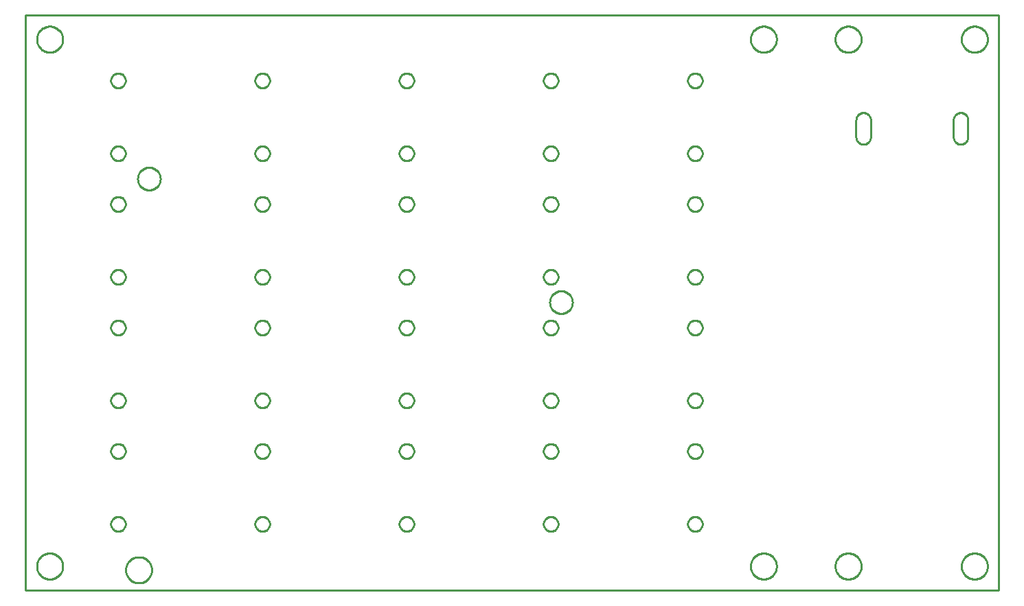
<source format=gbr>
G04 EAGLE Gerber RS-274X export*
G75*
%MOMM*%
%FSLAX34Y34*%
%LPD*%
%IN*%
%IPPOS*%
%AMOC8*
5,1,8,0,0,1.08239X$1,22.5*%
G01*
%ADD10C,0.000000*%
%ADD11C,0.254000*%


D10*
X1042000Y580500D02*
X1042000Y559500D01*
X1024000Y559500D02*
X1024000Y580500D01*
X1024000Y559500D02*
X1024003Y559281D01*
X1024011Y559062D01*
X1024024Y558843D01*
X1024043Y558625D01*
X1024067Y558407D01*
X1024096Y558190D01*
X1024130Y557973D01*
X1024170Y557758D01*
X1024215Y557543D01*
X1024266Y557330D01*
X1024321Y557118D01*
X1024382Y556907D01*
X1024447Y556698D01*
X1024518Y556491D01*
X1024594Y556285D01*
X1024675Y556081D01*
X1024760Y555879D01*
X1024851Y555680D01*
X1024946Y555483D01*
X1025047Y555288D01*
X1025152Y555095D01*
X1025261Y554905D01*
X1025375Y554718D01*
X1025494Y554534D01*
X1025617Y554353D01*
X1025745Y554175D01*
X1025877Y553999D01*
X1026013Y553828D01*
X1026153Y553659D01*
X1026297Y553494D01*
X1026445Y553333D01*
X1026597Y553175D01*
X1026753Y553021D01*
X1026913Y552871D01*
X1027076Y552724D01*
X1027243Y552582D01*
X1027413Y552444D01*
X1027587Y552310D01*
X1027763Y552180D01*
X1027943Y552055D01*
X1028126Y551934D01*
X1028312Y551818D01*
X1028500Y551706D01*
X1028691Y551599D01*
X1028885Y551496D01*
X1029081Y551398D01*
X1029279Y551305D01*
X1029480Y551217D01*
X1029683Y551134D01*
X1029888Y551055D01*
X1030094Y550982D01*
X1030302Y550914D01*
X1030512Y550851D01*
X1030724Y550793D01*
X1030936Y550740D01*
X1031150Y550692D01*
X1031365Y550650D01*
X1031581Y550613D01*
X1031798Y550581D01*
X1032016Y550554D01*
X1032234Y550533D01*
X1032452Y550517D01*
X1032671Y550506D01*
X1032890Y550501D01*
X1033110Y550501D01*
X1033329Y550506D01*
X1033548Y550517D01*
X1033766Y550533D01*
X1033984Y550554D01*
X1034202Y550581D01*
X1034419Y550613D01*
X1034635Y550650D01*
X1034850Y550692D01*
X1035064Y550740D01*
X1035276Y550793D01*
X1035488Y550851D01*
X1035698Y550914D01*
X1035906Y550982D01*
X1036112Y551055D01*
X1036317Y551134D01*
X1036520Y551217D01*
X1036721Y551305D01*
X1036919Y551398D01*
X1037115Y551496D01*
X1037309Y551599D01*
X1037500Y551706D01*
X1037688Y551818D01*
X1037874Y551934D01*
X1038057Y552055D01*
X1038237Y552180D01*
X1038413Y552310D01*
X1038587Y552444D01*
X1038757Y552582D01*
X1038924Y552724D01*
X1039087Y552871D01*
X1039247Y553021D01*
X1039403Y553175D01*
X1039555Y553333D01*
X1039703Y553494D01*
X1039847Y553659D01*
X1039987Y553828D01*
X1040123Y553999D01*
X1040255Y554175D01*
X1040383Y554353D01*
X1040506Y554534D01*
X1040625Y554718D01*
X1040739Y554905D01*
X1040848Y555095D01*
X1040953Y555288D01*
X1041054Y555483D01*
X1041149Y555680D01*
X1041240Y555879D01*
X1041325Y556081D01*
X1041406Y556285D01*
X1041482Y556491D01*
X1041553Y556698D01*
X1041618Y556907D01*
X1041679Y557118D01*
X1041734Y557330D01*
X1041785Y557543D01*
X1041830Y557758D01*
X1041870Y557973D01*
X1041904Y558190D01*
X1041933Y558407D01*
X1041957Y558625D01*
X1041976Y558843D01*
X1041989Y559062D01*
X1041997Y559281D01*
X1042000Y559500D01*
X1042000Y580500D02*
X1041997Y580719D01*
X1041989Y580938D01*
X1041976Y581157D01*
X1041957Y581375D01*
X1041933Y581593D01*
X1041904Y581810D01*
X1041870Y582027D01*
X1041830Y582242D01*
X1041785Y582457D01*
X1041734Y582670D01*
X1041679Y582882D01*
X1041618Y583093D01*
X1041553Y583302D01*
X1041482Y583509D01*
X1041406Y583715D01*
X1041325Y583919D01*
X1041240Y584121D01*
X1041149Y584320D01*
X1041054Y584517D01*
X1040953Y584712D01*
X1040848Y584905D01*
X1040739Y585095D01*
X1040625Y585282D01*
X1040506Y585466D01*
X1040383Y585647D01*
X1040255Y585825D01*
X1040123Y586001D01*
X1039987Y586172D01*
X1039847Y586341D01*
X1039703Y586506D01*
X1039555Y586667D01*
X1039403Y586825D01*
X1039247Y586979D01*
X1039087Y587129D01*
X1038924Y587276D01*
X1038757Y587418D01*
X1038587Y587556D01*
X1038413Y587690D01*
X1038237Y587820D01*
X1038057Y587945D01*
X1037874Y588066D01*
X1037688Y588182D01*
X1037500Y588294D01*
X1037309Y588401D01*
X1037115Y588504D01*
X1036919Y588602D01*
X1036721Y588695D01*
X1036520Y588783D01*
X1036317Y588866D01*
X1036112Y588945D01*
X1035906Y589018D01*
X1035698Y589086D01*
X1035488Y589149D01*
X1035276Y589207D01*
X1035064Y589260D01*
X1034850Y589308D01*
X1034635Y589350D01*
X1034419Y589387D01*
X1034202Y589419D01*
X1033984Y589446D01*
X1033766Y589467D01*
X1033548Y589483D01*
X1033329Y589494D01*
X1033110Y589499D01*
X1032890Y589499D01*
X1032671Y589494D01*
X1032452Y589483D01*
X1032234Y589467D01*
X1032016Y589446D01*
X1031798Y589419D01*
X1031581Y589387D01*
X1031365Y589350D01*
X1031150Y589308D01*
X1030936Y589260D01*
X1030724Y589207D01*
X1030512Y589149D01*
X1030302Y589086D01*
X1030094Y589018D01*
X1029888Y588945D01*
X1029683Y588866D01*
X1029480Y588783D01*
X1029279Y588695D01*
X1029081Y588602D01*
X1028885Y588504D01*
X1028691Y588401D01*
X1028500Y588294D01*
X1028312Y588182D01*
X1028126Y588066D01*
X1027943Y587945D01*
X1027763Y587820D01*
X1027587Y587690D01*
X1027413Y587556D01*
X1027243Y587418D01*
X1027076Y587276D01*
X1026913Y587129D01*
X1026753Y586979D01*
X1026597Y586825D01*
X1026445Y586667D01*
X1026297Y586506D01*
X1026153Y586341D01*
X1026013Y586172D01*
X1025877Y586001D01*
X1025745Y585825D01*
X1025617Y585647D01*
X1025494Y585466D01*
X1025375Y585282D01*
X1025261Y585095D01*
X1025152Y584905D01*
X1025047Y584712D01*
X1024946Y584517D01*
X1024851Y584320D01*
X1024760Y584121D01*
X1024675Y583919D01*
X1024594Y583715D01*
X1024518Y583509D01*
X1024447Y583302D01*
X1024382Y583093D01*
X1024321Y582882D01*
X1024266Y582670D01*
X1024215Y582457D01*
X1024170Y582242D01*
X1024130Y582027D01*
X1024096Y581810D01*
X1024067Y581593D01*
X1024043Y581375D01*
X1024024Y581157D01*
X1024011Y580938D01*
X1024003Y580719D01*
X1024000Y580500D01*
X1144000Y580500D02*
X1144000Y559500D01*
X1162000Y559500D02*
X1162000Y580500D01*
X1161997Y580719D01*
X1161989Y580938D01*
X1161976Y581157D01*
X1161957Y581375D01*
X1161933Y581593D01*
X1161904Y581810D01*
X1161870Y582027D01*
X1161830Y582242D01*
X1161785Y582457D01*
X1161734Y582670D01*
X1161679Y582882D01*
X1161618Y583093D01*
X1161553Y583302D01*
X1161482Y583509D01*
X1161406Y583715D01*
X1161325Y583919D01*
X1161240Y584121D01*
X1161149Y584320D01*
X1161054Y584517D01*
X1160953Y584712D01*
X1160848Y584905D01*
X1160739Y585095D01*
X1160625Y585282D01*
X1160506Y585466D01*
X1160383Y585647D01*
X1160255Y585825D01*
X1160123Y586001D01*
X1159987Y586172D01*
X1159847Y586341D01*
X1159703Y586506D01*
X1159555Y586667D01*
X1159403Y586825D01*
X1159247Y586979D01*
X1159087Y587129D01*
X1158924Y587276D01*
X1158757Y587418D01*
X1158587Y587556D01*
X1158413Y587690D01*
X1158237Y587820D01*
X1158057Y587945D01*
X1157874Y588066D01*
X1157688Y588182D01*
X1157500Y588294D01*
X1157309Y588401D01*
X1157115Y588504D01*
X1156919Y588602D01*
X1156721Y588695D01*
X1156520Y588783D01*
X1156317Y588866D01*
X1156112Y588945D01*
X1155906Y589018D01*
X1155698Y589086D01*
X1155488Y589149D01*
X1155276Y589207D01*
X1155064Y589260D01*
X1154850Y589308D01*
X1154635Y589350D01*
X1154419Y589387D01*
X1154202Y589419D01*
X1153984Y589446D01*
X1153766Y589467D01*
X1153548Y589483D01*
X1153329Y589494D01*
X1153110Y589499D01*
X1152890Y589499D01*
X1152671Y589494D01*
X1152452Y589483D01*
X1152234Y589467D01*
X1152016Y589446D01*
X1151798Y589419D01*
X1151581Y589387D01*
X1151365Y589350D01*
X1151150Y589308D01*
X1150936Y589260D01*
X1150724Y589207D01*
X1150512Y589149D01*
X1150302Y589086D01*
X1150094Y589018D01*
X1149888Y588945D01*
X1149683Y588866D01*
X1149480Y588783D01*
X1149279Y588695D01*
X1149081Y588602D01*
X1148885Y588504D01*
X1148691Y588401D01*
X1148500Y588294D01*
X1148312Y588182D01*
X1148126Y588066D01*
X1147943Y587945D01*
X1147763Y587820D01*
X1147587Y587690D01*
X1147413Y587556D01*
X1147243Y587418D01*
X1147076Y587276D01*
X1146913Y587129D01*
X1146753Y586979D01*
X1146597Y586825D01*
X1146445Y586667D01*
X1146297Y586506D01*
X1146153Y586341D01*
X1146013Y586172D01*
X1145877Y586001D01*
X1145745Y585825D01*
X1145617Y585647D01*
X1145494Y585466D01*
X1145375Y585282D01*
X1145261Y585095D01*
X1145152Y584905D01*
X1145047Y584712D01*
X1144946Y584517D01*
X1144851Y584320D01*
X1144760Y584121D01*
X1144675Y583919D01*
X1144594Y583715D01*
X1144518Y583509D01*
X1144447Y583302D01*
X1144382Y583093D01*
X1144321Y582882D01*
X1144266Y582670D01*
X1144215Y582457D01*
X1144170Y582242D01*
X1144130Y582027D01*
X1144096Y581810D01*
X1144067Y581593D01*
X1144043Y581375D01*
X1144024Y581157D01*
X1144011Y580938D01*
X1144003Y580719D01*
X1144000Y580500D01*
X1144000Y559500D02*
X1144003Y559281D01*
X1144011Y559062D01*
X1144024Y558843D01*
X1144043Y558625D01*
X1144067Y558407D01*
X1144096Y558190D01*
X1144130Y557973D01*
X1144170Y557758D01*
X1144215Y557543D01*
X1144266Y557330D01*
X1144321Y557118D01*
X1144382Y556907D01*
X1144447Y556698D01*
X1144518Y556491D01*
X1144594Y556285D01*
X1144675Y556081D01*
X1144760Y555879D01*
X1144851Y555680D01*
X1144946Y555483D01*
X1145047Y555288D01*
X1145152Y555095D01*
X1145261Y554905D01*
X1145375Y554718D01*
X1145494Y554534D01*
X1145617Y554353D01*
X1145745Y554175D01*
X1145877Y553999D01*
X1146013Y553828D01*
X1146153Y553659D01*
X1146297Y553494D01*
X1146445Y553333D01*
X1146597Y553175D01*
X1146753Y553021D01*
X1146913Y552871D01*
X1147076Y552724D01*
X1147243Y552582D01*
X1147413Y552444D01*
X1147587Y552310D01*
X1147763Y552180D01*
X1147943Y552055D01*
X1148126Y551934D01*
X1148312Y551818D01*
X1148500Y551706D01*
X1148691Y551599D01*
X1148885Y551496D01*
X1149081Y551398D01*
X1149279Y551305D01*
X1149480Y551217D01*
X1149683Y551134D01*
X1149888Y551055D01*
X1150094Y550982D01*
X1150302Y550914D01*
X1150512Y550851D01*
X1150724Y550793D01*
X1150936Y550740D01*
X1151150Y550692D01*
X1151365Y550650D01*
X1151581Y550613D01*
X1151798Y550581D01*
X1152016Y550554D01*
X1152234Y550533D01*
X1152452Y550517D01*
X1152671Y550506D01*
X1152890Y550501D01*
X1153110Y550501D01*
X1153329Y550506D01*
X1153548Y550517D01*
X1153766Y550533D01*
X1153984Y550554D01*
X1154202Y550581D01*
X1154419Y550613D01*
X1154635Y550650D01*
X1154850Y550692D01*
X1155064Y550740D01*
X1155276Y550793D01*
X1155488Y550851D01*
X1155698Y550914D01*
X1155906Y550982D01*
X1156112Y551055D01*
X1156317Y551134D01*
X1156520Y551217D01*
X1156721Y551305D01*
X1156919Y551398D01*
X1157115Y551496D01*
X1157309Y551599D01*
X1157500Y551706D01*
X1157688Y551818D01*
X1157874Y551934D01*
X1158057Y552055D01*
X1158237Y552180D01*
X1158413Y552310D01*
X1158587Y552444D01*
X1158757Y552582D01*
X1158924Y552724D01*
X1159087Y552871D01*
X1159247Y553021D01*
X1159403Y553175D01*
X1159555Y553333D01*
X1159703Y553494D01*
X1159847Y553659D01*
X1159987Y553828D01*
X1160123Y553999D01*
X1160255Y554175D01*
X1160383Y554353D01*
X1160506Y554534D01*
X1160625Y554718D01*
X1160739Y554905D01*
X1160848Y555095D01*
X1160953Y555288D01*
X1161054Y555483D01*
X1161149Y555680D01*
X1161240Y555879D01*
X1161325Y556081D01*
X1161406Y556285D01*
X1161482Y556491D01*
X1161553Y556698D01*
X1161618Y556907D01*
X1161679Y557118D01*
X1161734Y557330D01*
X1161785Y557543D01*
X1161830Y557758D01*
X1161870Y557973D01*
X1161904Y558190D01*
X1161933Y558407D01*
X1161957Y558625D01*
X1161976Y558843D01*
X1161989Y559062D01*
X1161997Y559281D01*
X1162000Y559500D01*
D11*
X0Y0D02*
X1200000Y0D01*
X1200000Y710000D01*
X0Y710000D01*
X0Y0D01*
X1144000Y559500D02*
X1144034Y558716D01*
X1144137Y557937D01*
X1144307Y557171D01*
X1144543Y556422D01*
X1144843Y555696D01*
X1145206Y555000D01*
X1145628Y554338D01*
X1146106Y553715D01*
X1146636Y553136D01*
X1147215Y552606D01*
X1147838Y552128D01*
X1148500Y551706D01*
X1149196Y551343D01*
X1149922Y551043D01*
X1150671Y550807D01*
X1151437Y550637D01*
X1152216Y550534D01*
X1153000Y550500D01*
X1153784Y550534D01*
X1154563Y550637D01*
X1155329Y550807D01*
X1156078Y551043D01*
X1156804Y551343D01*
X1157500Y551706D01*
X1158162Y552128D01*
X1158785Y552606D01*
X1159364Y553136D01*
X1159894Y553715D01*
X1160372Y554338D01*
X1160794Y555000D01*
X1161157Y555696D01*
X1161457Y556422D01*
X1161693Y557171D01*
X1161863Y557937D01*
X1161966Y558716D01*
X1162000Y559500D01*
X1162000Y580500D01*
X1161966Y581284D01*
X1161863Y582063D01*
X1161693Y582829D01*
X1161457Y583578D01*
X1161157Y584304D01*
X1160794Y585000D01*
X1160372Y585662D01*
X1159894Y586285D01*
X1159364Y586864D01*
X1158785Y587394D01*
X1158162Y587872D01*
X1157500Y588294D01*
X1156804Y588657D01*
X1156078Y588957D01*
X1155329Y589193D01*
X1154563Y589363D01*
X1153784Y589466D01*
X1153000Y589500D01*
X1152216Y589466D01*
X1151437Y589363D01*
X1150671Y589193D01*
X1149922Y588957D01*
X1149196Y588657D01*
X1148500Y588294D01*
X1147838Y587872D01*
X1147215Y587394D01*
X1146636Y586864D01*
X1146106Y586285D01*
X1145628Y585662D01*
X1145206Y585000D01*
X1144843Y584304D01*
X1144543Y583578D01*
X1144307Y582829D01*
X1144137Y582063D01*
X1144034Y581284D01*
X1144000Y580500D01*
X1144000Y559500D01*
X1024000Y559500D02*
X1024034Y558716D01*
X1024137Y557937D01*
X1024307Y557171D01*
X1024543Y556422D01*
X1024843Y555696D01*
X1025206Y555000D01*
X1025628Y554338D01*
X1026106Y553715D01*
X1026636Y553136D01*
X1027215Y552606D01*
X1027838Y552128D01*
X1028500Y551706D01*
X1029196Y551343D01*
X1029922Y551043D01*
X1030671Y550807D01*
X1031437Y550637D01*
X1032216Y550534D01*
X1033000Y550500D01*
X1033784Y550534D01*
X1034563Y550637D01*
X1035329Y550807D01*
X1036078Y551043D01*
X1036804Y551343D01*
X1037500Y551706D01*
X1038162Y552128D01*
X1038785Y552606D01*
X1039364Y553136D01*
X1039894Y553715D01*
X1040372Y554338D01*
X1040794Y555000D01*
X1041157Y555696D01*
X1041457Y556422D01*
X1041693Y557171D01*
X1041863Y557937D01*
X1041966Y558716D01*
X1042000Y559500D01*
X1042000Y580500D01*
X1041966Y581284D01*
X1041863Y582063D01*
X1041693Y582829D01*
X1041457Y583578D01*
X1041157Y584304D01*
X1040794Y585000D01*
X1040372Y585662D01*
X1039894Y586285D01*
X1039364Y586864D01*
X1038785Y587394D01*
X1038162Y587872D01*
X1037500Y588294D01*
X1036804Y588657D01*
X1036078Y588957D01*
X1035329Y589193D01*
X1034563Y589363D01*
X1033784Y589466D01*
X1033000Y589500D01*
X1032216Y589466D01*
X1031437Y589363D01*
X1030671Y589193D01*
X1029922Y588957D01*
X1029196Y588657D01*
X1028500Y588294D01*
X1027838Y587872D01*
X1027215Y587394D01*
X1026636Y586864D01*
X1026106Y586285D01*
X1025628Y585662D01*
X1025206Y585000D01*
X1024843Y584304D01*
X1024543Y583578D01*
X1024307Y582829D01*
X1024137Y582063D01*
X1024034Y581284D01*
X1024000Y580500D01*
X1024000Y559500D01*
X1144000Y559500D02*
X1144034Y558716D01*
X1144137Y557937D01*
X1144307Y557171D01*
X1144543Y556422D01*
X1144843Y555696D01*
X1145206Y555000D01*
X1145628Y554338D01*
X1146106Y553715D01*
X1146636Y553136D01*
X1147215Y552606D01*
X1147838Y552128D01*
X1148500Y551706D01*
X1149196Y551343D01*
X1149922Y551043D01*
X1150671Y550807D01*
X1151437Y550637D01*
X1152216Y550534D01*
X1153000Y550500D01*
X1153784Y550534D01*
X1154563Y550637D01*
X1155329Y550807D01*
X1156078Y551043D01*
X1156804Y551343D01*
X1157500Y551706D01*
X1158162Y552128D01*
X1158785Y552606D01*
X1159364Y553136D01*
X1159894Y553715D01*
X1160372Y554338D01*
X1160794Y555000D01*
X1161157Y555696D01*
X1161457Y556422D01*
X1161693Y557171D01*
X1161863Y557937D01*
X1161966Y558716D01*
X1162000Y559500D01*
X1162000Y580500D01*
X1161966Y581284D01*
X1161863Y582063D01*
X1161693Y582829D01*
X1161457Y583578D01*
X1161157Y584304D01*
X1160794Y585000D01*
X1160372Y585662D01*
X1159894Y586285D01*
X1159364Y586864D01*
X1158785Y587394D01*
X1158162Y587872D01*
X1157500Y588294D01*
X1156804Y588657D01*
X1156078Y588957D01*
X1155329Y589193D01*
X1154563Y589363D01*
X1153784Y589466D01*
X1153000Y589500D01*
X1152216Y589466D01*
X1151437Y589363D01*
X1150671Y589193D01*
X1149922Y588957D01*
X1149196Y588657D01*
X1148500Y588294D01*
X1147838Y587872D01*
X1147215Y587394D01*
X1146636Y586864D01*
X1146106Y586285D01*
X1145628Y585662D01*
X1145206Y585000D01*
X1144843Y584304D01*
X1144543Y583578D01*
X1144307Y582829D01*
X1144137Y582063D01*
X1144034Y581284D01*
X1144000Y580500D01*
X1144000Y559500D01*
X1024000Y559500D02*
X1024034Y558716D01*
X1024137Y557937D01*
X1024307Y557171D01*
X1024543Y556422D01*
X1024843Y555696D01*
X1025206Y555000D01*
X1025628Y554338D01*
X1026106Y553715D01*
X1026636Y553136D01*
X1027215Y552606D01*
X1027838Y552128D01*
X1028500Y551706D01*
X1029196Y551343D01*
X1029922Y551043D01*
X1030671Y550807D01*
X1031437Y550637D01*
X1032216Y550534D01*
X1033000Y550500D01*
X1033784Y550534D01*
X1034563Y550637D01*
X1035329Y550807D01*
X1036078Y551043D01*
X1036804Y551343D01*
X1037500Y551706D01*
X1038162Y552128D01*
X1038785Y552606D01*
X1039364Y553136D01*
X1039894Y553715D01*
X1040372Y554338D01*
X1040794Y555000D01*
X1041157Y555696D01*
X1041457Y556422D01*
X1041693Y557171D01*
X1041863Y557937D01*
X1041966Y558716D01*
X1042000Y559500D01*
X1042000Y580500D01*
X1041966Y581284D01*
X1041863Y582063D01*
X1041693Y582829D01*
X1041457Y583578D01*
X1041157Y584304D01*
X1040794Y585000D01*
X1040372Y585662D01*
X1039894Y586285D01*
X1039364Y586864D01*
X1038785Y587394D01*
X1038162Y587872D01*
X1037500Y588294D01*
X1036804Y588657D01*
X1036078Y588957D01*
X1035329Y589193D01*
X1034563Y589363D01*
X1033784Y589466D01*
X1033000Y589500D01*
X1032216Y589466D01*
X1031437Y589363D01*
X1030671Y589193D01*
X1029922Y588957D01*
X1029196Y588657D01*
X1028500Y588294D01*
X1027838Y587872D01*
X1027215Y587394D01*
X1026636Y586864D01*
X1026106Y586285D01*
X1025628Y585662D01*
X1025206Y585000D01*
X1024843Y584304D01*
X1024543Y583578D01*
X1024307Y582829D01*
X1024137Y582063D01*
X1024034Y581284D01*
X1024000Y580500D01*
X1024000Y559500D01*
X46000Y29476D02*
X45932Y28431D01*
X45795Y27392D01*
X45590Y26365D01*
X45319Y25353D01*
X44983Y24361D01*
X44582Y23393D01*
X44118Y22454D01*
X43595Y21546D01*
X43013Y20675D01*
X42375Y19844D01*
X41684Y19057D01*
X40943Y18316D01*
X40156Y17625D01*
X39325Y16988D01*
X38454Y16406D01*
X37546Y15882D01*
X36607Y15418D01*
X35639Y15017D01*
X34647Y14681D01*
X33635Y14410D01*
X32608Y14205D01*
X31569Y14069D01*
X30524Y14000D01*
X29476Y14000D01*
X28431Y14069D01*
X27392Y14205D01*
X26365Y14410D01*
X25353Y14681D01*
X24361Y15017D01*
X23393Y15418D01*
X22454Y15882D01*
X21546Y16406D01*
X20675Y16988D01*
X19844Y17625D01*
X19057Y18316D01*
X18316Y19057D01*
X17625Y19844D01*
X16988Y20675D01*
X16406Y21546D01*
X15882Y22454D01*
X15418Y23393D01*
X15017Y24361D01*
X14681Y25353D01*
X14410Y26365D01*
X14205Y27392D01*
X14069Y28431D01*
X14000Y29476D01*
X14000Y30524D01*
X14069Y31569D01*
X14205Y32608D01*
X14410Y33635D01*
X14681Y34647D01*
X15017Y35639D01*
X15418Y36607D01*
X15882Y37546D01*
X16406Y38454D01*
X16988Y39325D01*
X17625Y40156D01*
X18316Y40943D01*
X19057Y41684D01*
X19844Y42375D01*
X20675Y43013D01*
X21546Y43595D01*
X22454Y44118D01*
X23393Y44582D01*
X24361Y44983D01*
X25353Y45319D01*
X26365Y45590D01*
X27392Y45795D01*
X28431Y45932D01*
X29476Y46000D01*
X30524Y46000D01*
X31569Y45932D01*
X32608Y45795D01*
X33635Y45590D01*
X34647Y45319D01*
X35639Y44983D01*
X36607Y44582D01*
X37546Y44118D01*
X38454Y43595D01*
X39325Y43013D01*
X40156Y42375D01*
X40943Y41684D01*
X41684Y40943D01*
X42375Y40156D01*
X43013Y39325D01*
X43595Y38454D01*
X44118Y37546D01*
X44582Y36607D01*
X44983Y35639D01*
X45319Y34647D01*
X45590Y33635D01*
X45795Y32608D01*
X45932Y31569D01*
X46000Y30524D01*
X46000Y29476D01*
X1186000Y29476D02*
X1185932Y28431D01*
X1185795Y27392D01*
X1185590Y26365D01*
X1185319Y25353D01*
X1184983Y24361D01*
X1184582Y23393D01*
X1184118Y22454D01*
X1183595Y21546D01*
X1183013Y20675D01*
X1182375Y19844D01*
X1181684Y19057D01*
X1180943Y18316D01*
X1180156Y17625D01*
X1179325Y16988D01*
X1178454Y16406D01*
X1177546Y15882D01*
X1176607Y15418D01*
X1175639Y15017D01*
X1174647Y14681D01*
X1173635Y14410D01*
X1172608Y14205D01*
X1171569Y14069D01*
X1170524Y14000D01*
X1169476Y14000D01*
X1168431Y14069D01*
X1167392Y14205D01*
X1166365Y14410D01*
X1165353Y14681D01*
X1164361Y15017D01*
X1163393Y15418D01*
X1162454Y15882D01*
X1161546Y16406D01*
X1160675Y16988D01*
X1159844Y17625D01*
X1159057Y18316D01*
X1158316Y19057D01*
X1157625Y19844D01*
X1156988Y20675D01*
X1156406Y21546D01*
X1155882Y22454D01*
X1155418Y23393D01*
X1155017Y24361D01*
X1154681Y25353D01*
X1154410Y26365D01*
X1154205Y27392D01*
X1154069Y28431D01*
X1154000Y29476D01*
X1154000Y30524D01*
X1154069Y31569D01*
X1154205Y32608D01*
X1154410Y33635D01*
X1154681Y34647D01*
X1155017Y35639D01*
X1155418Y36607D01*
X1155882Y37546D01*
X1156406Y38454D01*
X1156988Y39325D01*
X1157625Y40156D01*
X1158316Y40943D01*
X1159057Y41684D01*
X1159844Y42375D01*
X1160675Y43013D01*
X1161546Y43595D01*
X1162454Y44118D01*
X1163393Y44582D01*
X1164361Y44983D01*
X1165353Y45319D01*
X1166365Y45590D01*
X1167392Y45795D01*
X1168431Y45932D01*
X1169476Y46000D01*
X1170524Y46000D01*
X1171569Y45932D01*
X1172608Y45795D01*
X1173635Y45590D01*
X1174647Y45319D01*
X1175639Y44983D01*
X1176607Y44582D01*
X1177546Y44118D01*
X1178454Y43595D01*
X1179325Y43013D01*
X1180156Y42375D01*
X1180943Y41684D01*
X1181684Y40943D01*
X1182375Y40156D01*
X1183013Y39325D01*
X1183595Y38454D01*
X1184118Y37546D01*
X1184582Y36607D01*
X1184983Y35639D01*
X1185319Y34647D01*
X1185590Y33635D01*
X1185795Y32608D01*
X1185932Y31569D01*
X1186000Y30524D01*
X1186000Y29476D01*
X46000Y679476D02*
X45932Y678431D01*
X45795Y677392D01*
X45590Y676365D01*
X45319Y675353D01*
X44983Y674361D01*
X44582Y673393D01*
X44118Y672454D01*
X43595Y671546D01*
X43013Y670675D01*
X42375Y669844D01*
X41684Y669057D01*
X40943Y668316D01*
X40156Y667625D01*
X39325Y666988D01*
X38454Y666406D01*
X37546Y665882D01*
X36607Y665418D01*
X35639Y665017D01*
X34647Y664681D01*
X33635Y664410D01*
X32608Y664205D01*
X31569Y664069D01*
X30524Y664000D01*
X29476Y664000D01*
X28431Y664069D01*
X27392Y664205D01*
X26365Y664410D01*
X25353Y664681D01*
X24361Y665017D01*
X23393Y665418D01*
X22454Y665882D01*
X21546Y666406D01*
X20675Y666988D01*
X19844Y667625D01*
X19057Y668316D01*
X18316Y669057D01*
X17625Y669844D01*
X16988Y670675D01*
X16406Y671546D01*
X15882Y672454D01*
X15418Y673393D01*
X15017Y674361D01*
X14681Y675353D01*
X14410Y676365D01*
X14205Y677392D01*
X14069Y678431D01*
X14000Y679476D01*
X14000Y680524D01*
X14069Y681569D01*
X14205Y682608D01*
X14410Y683635D01*
X14681Y684647D01*
X15017Y685639D01*
X15418Y686607D01*
X15882Y687546D01*
X16406Y688454D01*
X16988Y689325D01*
X17625Y690156D01*
X18316Y690943D01*
X19057Y691684D01*
X19844Y692375D01*
X20675Y693013D01*
X21546Y693595D01*
X22454Y694118D01*
X23393Y694582D01*
X24361Y694983D01*
X25353Y695319D01*
X26365Y695590D01*
X27392Y695795D01*
X28431Y695932D01*
X29476Y696000D01*
X30524Y696000D01*
X31569Y695932D01*
X32608Y695795D01*
X33635Y695590D01*
X34647Y695319D01*
X35639Y694983D01*
X36607Y694582D01*
X37546Y694118D01*
X38454Y693595D01*
X39325Y693013D01*
X40156Y692375D01*
X40943Y691684D01*
X41684Y690943D01*
X42375Y690156D01*
X43013Y689325D01*
X43595Y688454D01*
X44118Y687546D01*
X44582Y686607D01*
X44983Y685639D01*
X45319Y684647D01*
X45590Y683635D01*
X45795Y682608D01*
X45932Y681569D01*
X46000Y680524D01*
X46000Y679476D01*
X1186000Y679476D02*
X1185932Y678431D01*
X1185795Y677392D01*
X1185590Y676365D01*
X1185319Y675353D01*
X1184983Y674361D01*
X1184582Y673393D01*
X1184118Y672454D01*
X1183595Y671546D01*
X1183013Y670675D01*
X1182375Y669844D01*
X1181684Y669057D01*
X1180943Y668316D01*
X1180156Y667625D01*
X1179325Y666988D01*
X1178454Y666406D01*
X1177546Y665882D01*
X1176607Y665418D01*
X1175639Y665017D01*
X1174647Y664681D01*
X1173635Y664410D01*
X1172608Y664205D01*
X1171569Y664069D01*
X1170524Y664000D01*
X1169476Y664000D01*
X1168431Y664069D01*
X1167392Y664205D01*
X1166365Y664410D01*
X1165353Y664681D01*
X1164361Y665017D01*
X1163393Y665418D01*
X1162454Y665882D01*
X1161546Y666406D01*
X1160675Y666988D01*
X1159844Y667625D01*
X1159057Y668316D01*
X1158316Y669057D01*
X1157625Y669844D01*
X1156988Y670675D01*
X1156406Y671546D01*
X1155882Y672454D01*
X1155418Y673393D01*
X1155017Y674361D01*
X1154681Y675353D01*
X1154410Y676365D01*
X1154205Y677392D01*
X1154069Y678431D01*
X1154000Y679476D01*
X1154000Y680524D01*
X1154069Y681569D01*
X1154205Y682608D01*
X1154410Y683635D01*
X1154681Y684647D01*
X1155017Y685639D01*
X1155418Y686607D01*
X1155882Y687546D01*
X1156406Y688454D01*
X1156988Y689325D01*
X1157625Y690156D01*
X1158316Y690943D01*
X1159057Y691684D01*
X1159844Y692375D01*
X1160675Y693013D01*
X1161546Y693595D01*
X1162454Y694118D01*
X1163393Y694582D01*
X1164361Y694983D01*
X1165353Y695319D01*
X1166365Y695590D01*
X1167392Y695795D01*
X1168431Y695932D01*
X1169476Y696000D01*
X1170524Y696000D01*
X1171569Y695932D01*
X1172608Y695795D01*
X1173635Y695590D01*
X1174647Y695319D01*
X1175639Y694983D01*
X1176607Y694582D01*
X1177546Y694118D01*
X1178454Y693595D01*
X1179325Y693013D01*
X1180156Y692375D01*
X1180943Y691684D01*
X1181684Y690943D01*
X1182375Y690156D01*
X1183013Y689325D01*
X1183595Y688454D01*
X1184118Y687546D01*
X1184582Y686607D01*
X1184983Y685639D01*
X1185319Y684647D01*
X1185590Y683635D01*
X1185795Y682608D01*
X1185932Y681569D01*
X1186000Y680524D01*
X1186000Y679476D01*
X926000Y679476D02*
X925932Y678431D01*
X925795Y677392D01*
X925590Y676365D01*
X925319Y675353D01*
X924983Y674361D01*
X924582Y673393D01*
X924118Y672454D01*
X923595Y671546D01*
X923013Y670675D01*
X922375Y669844D01*
X921684Y669057D01*
X920943Y668316D01*
X920156Y667625D01*
X919325Y666988D01*
X918454Y666406D01*
X917546Y665882D01*
X916607Y665418D01*
X915639Y665017D01*
X914647Y664681D01*
X913635Y664410D01*
X912608Y664205D01*
X911569Y664069D01*
X910524Y664000D01*
X909476Y664000D01*
X908431Y664069D01*
X907392Y664205D01*
X906365Y664410D01*
X905353Y664681D01*
X904361Y665017D01*
X903393Y665418D01*
X902454Y665882D01*
X901546Y666406D01*
X900675Y666988D01*
X899844Y667625D01*
X899057Y668316D01*
X898316Y669057D01*
X897625Y669844D01*
X896988Y670675D01*
X896406Y671546D01*
X895882Y672454D01*
X895418Y673393D01*
X895017Y674361D01*
X894681Y675353D01*
X894410Y676365D01*
X894205Y677392D01*
X894069Y678431D01*
X894000Y679476D01*
X894000Y680524D01*
X894069Y681569D01*
X894205Y682608D01*
X894410Y683635D01*
X894681Y684647D01*
X895017Y685639D01*
X895418Y686607D01*
X895882Y687546D01*
X896406Y688454D01*
X896988Y689325D01*
X897625Y690156D01*
X898316Y690943D01*
X899057Y691684D01*
X899844Y692375D01*
X900675Y693013D01*
X901546Y693595D01*
X902454Y694118D01*
X903393Y694582D01*
X904361Y694983D01*
X905353Y695319D01*
X906365Y695590D01*
X907392Y695795D01*
X908431Y695932D01*
X909476Y696000D01*
X910524Y696000D01*
X911569Y695932D01*
X912608Y695795D01*
X913635Y695590D01*
X914647Y695319D01*
X915639Y694983D01*
X916607Y694582D01*
X917546Y694118D01*
X918454Y693595D01*
X919325Y693013D01*
X920156Y692375D01*
X920943Y691684D01*
X921684Y690943D01*
X922375Y690156D01*
X923013Y689325D01*
X923595Y688454D01*
X924118Y687546D01*
X924582Y686607D01*
X924983Y685639D01*
X925319Y684647D01*
X925590Y683635D01*
X925795Y682608D01*
X925932Y681569D01*
X926000Y680524D01*
X926000Y679476D01*
X926000Y29476D02*
X925932Y28431D01*
X925795Y27392D01*
X925590Y26365D01*
X925319Y25353D01*
X924983Y24361D01*
X924582Y23393D01*
X924118Y22454D01*
X923595Y21546D01*
X923013Y20675D01*
X922375Y19844D01*
X921684Y19057D01*
X920943Y18316D01*
X920156Y17625D01*
X919325Y16988D01*
X918454Y16406D01*
X917546Y15882D01*
X916607Y15418D01*
X915639Y15017D01*
X914647Y14681D01*
X913635Y14410D01*
X912608Y14205D01*
X911569Y14069D01*
X910524Y14000D01*
X909476Y14000D01*
X908431Y14069D01*
X907392Y14205D01*
X906365Y14410D01*
X905353Y14681D01*
X904361Y15017D01*
X903393Y15418D01*
X902454Y15882D01*
X901546Y16406D01*
X900675Y16988D01*
X899844Y17625D01*
X899057Y18316D01*
X898316Y19057D01*
X897625Y19844D01*
X896988Y20675D01*
X896406Y21546D01*
X895882Y22454D01*
X895418Y23393D01*
X895017Y24361D01*
X894681Y25353D01*
X894410Y26365D01*
X894205Y27392D01*
X894069Y28431D01*
X894000Y29476D01*
X894000Y30524D01*
X894069Y31569D01*
X894205Y32608D01*
X894410Y33635D01*
X894681Y34647D01*
X895017Y35639D01*
X895418Y36607D01*
X895882Y37546D01*
X896406Y38454D01*
X896988Y39325D01*
X897625Y40156D01*
X898316Y40943D01*
X899057Y41684D01*
X899844Y42375D01*
X900675Y43013D01*
X901546Y43595D01*
X902454Y44118D01*
X903393Y44582D01*
X904361Y44983D01*
X905353Y45319D01*
X906365Y45590D01*
X907392Y45795D01*
X908431Y45932D01*
X909476Y46000D01*
X910524Y46000D01*
X911569Y45932D01*
X912608Y45795D01*
X913635Y45590D01*
X914647Y45319D01*
X915639Y44983D01*
X916607Y44582D01*
X917546Y44118D01*
X918454Y43595D01*
X919325Y43013D01*
X920156Y42375D01*
X920943Y41684D01*
X921684Y40943D01*
X922375Y40156D01*
X923013Y39325D01*
X923595Y38454D01*
X924118Y37546D01*
X924582Y36607D01*
X924983Y35639D01*
X925319Y34647D01*
X925590Y33635D01*
X925795Y32608D01*
X925932Y31569D01*
X926000Y30524D01*
X926000Y29476D01*
X1030400Y29476D02*
X1030332Y28431D01*
X1030195Y27392D01*
X1029990Y26365D01*
X1029719Y25353D01*
X1029383Y24361D01*
X1028982Y23393D01*
X1028518Y22454D01*
X1027995Y21546D01*
X1027413Y20675D01*
X1026775Y19844D01*
X1026084Y19057D01*
X1025343Y18316D01*
X1024556Y17625D01*
X1023725Y16988D01*
X1022854Y16406D01*
X1021946Y15882D01*
X1021007Y15418D01*
X1020039Y15017D01*
X1019047Y14681D01*
X1018035Y14410D01*
X1017008Y14205D01*
X1015969Y14069D01*
X1014924Y14000D01*
X1013876Y14000D01*
X1012831Y14069D01*
X1011792Y14205D01*
X1010765Y14410D01*
X1009753Y14681D01*
X1008761Y15017D01*
X1007793Y15418D01*
X1006854Y15882D01*
X1005946Y16406D01*
X1005075Y16988D01*
X1004244Y17625D01*
X1003457Y18316D01*
X1002716Y19057D01*
X1002025Y19844D01*
X1001388Y20675D01*
X1000806Y21546D01*
X1000282Y22454D01*
X999818Y23393D01*
X999418Y24361D01*
X999081Y25353D01*
X998810Y26365D01*
X998605Y27392D01*
X998469Y28431D01*
X998400Y29476D01*
X998400Y30524D01*
X998469Y31569D01*
X998605Y32608D01*
X998810Y33635D01*
X999081Y34647D01*
X999418Y35639D01*
X999818Y36607D01*
X1000282Y37546D01*
X1000806Y38454D01*
X1001388Y39325D01*
X1002025Y40156D01*
X1002716Y40943D01*
X1003457Y41684D01*
X1004244Y42375D01*
X1005075Y43013D01*
X1005946Y43595D01*
X1006854Y44118D01*
X1007793Y44582D01*
X1008761Y44983D01*
X1009753Y45319D01*
X1010765Y45590D01*
X1011792Y45795D01*
X1012831Y45932D01*
X1013876Y46000D01*
X1014924Y46000D01*
X1015969Y45932D01*
X1017008Y45795D01*
X1018035Y45590D01*
X1019047Y45319D01*
X1020039Y44983D01*
X1021007Y44582D01*
X1021946Y44118D01*
X1022854Y43595D01*
X1023725Y43013D01*
X1024556Y42375D01*
X1025343Y41684D01*
X1026084Y40943D01*
X1026775Y40156D01*
X1027413Y39325D01*
X1027995Y38454D01*
X1028518Y37546D01*
X1028982Y36607D01*
X1029383Y35639D01*
X1029719Y34647D01*
X1029990Y33635D01*
X1030195Y32608D01*
X1030332Y31569D01*
X1030400Y30524D01*
X1030400Y29476D01*
X1030400Y679476D02*
X1030332Y678431D01*
X1030195Y677392D01*
X1029990Y676365D01*
X1029719Y675353D01*
X1029383Y674361D01*
X1028982Y673393D01*
X1028518Y672454D01*
X1027995Y671546D01*
X1027413Y670675D01*
X1026775Y669844D01*
X1026084Y669057D01*
X1025343Y668316D01*
X1024556Y667625D01*
X1023725Y666988D01*
X1022854Y666406D01*
X1021946Y665882D01*
X1021007Y665418D01*
X1020039Y665017D01*
X1019047Y664681D01*
X1018035Y664410D01*
X1017008Y664205D01*
X1015969Y664069D01*
X1014924Y664000D01*
X1013876Y664000D01*
X1012831Y664069D01*
X1011792Y664205D01*
X1010765Y664410D01*
X1009753Y664681D01*
X1008761Y665017D01*
X1007793Y665418D01*
X1006854Y665882D01*
X1005946Y666406D01*
X1005075Y666988D01*
X1004244Y667625D01*
X1003457Y668316D01*
X1002716Y669057D01*
X1002025Y669844D01*
X1001388Y670675D01*
X1000806Y671546D01*
X1000282Y672454D01*
X999818Y673393D01*
X999418Y674361D01*
X999081Y675353D01*
X998810Y676365D01*
X998605Y677392D01*
X998469Y678431D01*
X998400Y679476D01*
X998400Y680524D01*
X998469Y681569D01*
X998605Y682608D01*
X998810Y683635D01*
X999081Y684647D01*
X999418Y685639D01*
X999818Y686607D01*
X1000282Y687546D01*
X1000806Y688454D01*
X1001388Y689325D01*
X1002025Y690156D01*
X1002716Y690943D01*
X1003457Y691684D01*
X1004244Y692375D01*
X1005075Y693013D01*
X1005946Y693595D01*
X1006854Y694118D01*
X1007793Y694582D01*
X1008761Y694983D01*
X1009753Y695319D01*
X1010765Y695590D01*
X1011792Y695795D01*
X1012831Y695932D01*
X1013876Y696000D01*
X1014924Y696000D01*
X1015969Y695932D01*
X1017008Y695795D01*
X1018035Y695590D01*
X1019047Y695319D01*
X1020039Y694983D01*
X1021007Y694582D01*
X1021946Y694118D01*
X1022854Y693595D01*
X1023725Y693013D01*
X1024556Y692375D01*
X1025343Y691684D01*
X1026084Y690943D01*
X1026775Y690156D01*
X1027413Y689325D01*
X1027995Y688454D01*
X1028518Y687546D01*
X1028982Y686607D01*
X1029383Y685639D01*
X1029719Y684647D01*
X1029990Y683635D01*
X1030195Y682608D01*
X1030332Y681569D01*
X1030400Y680524D01*
X1030400Y679476D01*
X155700Y24876D02*
X155632Y23831D01*
X155495Y22792D01*
X155290Y21765D01*
X155019Y20753D01*
X154683Y19761D01*
X154282Y18793D01*
X153818Y17854D01*
X153295Y16946D01*
X152713Y16075D01*
X152075Y15244D01*
X151384Y14457D01*
X150643Y13716D01*
X149856Y13025D01*
X149025Y12388D01*
X148154Y11806D01*
X147246Y11282D01*
X146307Y10818D01*
X145339Y10417D01*
X144347Y10081D01*
X143335Y9810D01*
X142308Y9605D01*
X141269Y9469D01*
X140224Y9400D01*
X139176Y9400D01*
X138131Y9469D01*
X137092Y9605D01*
X136065Y9810D01*
X135053Y10081D01*
X134061Y10417D01*
X133093Y10818D01*
X132154Y11282D01*
X131246Y11806D01*
X130375Y12388D01*
X129544Y13025D01*
X128757Y13716D01*
X128016Y14457D01*
X127325Y15244D01*
X126688Y16075D01*
X126106Y16946D01*
X125582Y17854D01*
X125118Y18793D01*
X124717Y19761D01*
X124381Y20753D01*
X124110Y21765D01*
X123905Y22792D01*
X123769Y23831D01*
X123700Y24876D01*
X123700Y25924D01*
X123769Y26969D01*
X123905Y28008D01*
X124110Y29035D01*
X124381Y30047D01*
X124717Y31039D01*
X125118Y32007D01*
X125582Y32946D01*
X126106Y33854D01*
X126688Y34725D01*
X127325Y35556D01*
X128016Y36343D01*
X128757Y37084D01*
X129544Y37775D01*
X130375Y38413D01*
X131246Y38995D01*
X132154Y39518D01*
X133093Y39982D01*
X134061Y40383D01*
X135053Y40719D01*
X136065Y40990D01*
X137092Y41195D01*
X138131Y41332D01*
X139176Y41400D01*
X140224Y41400D01*
X141269Y41332D01*
X142308Y41195D01*
X143335Y40990D01*
X144347Y40719D01*
X145339Y40383D01*
X146307Y39982D01*
X147246Y39518D01*
X148154Y38995D01*
X149025Y38413D01*
X149856Y37775D01*
X150643Y37084D01*
X151384Y36343D01*
X152075Y35556D01*
X152713Y34725D01*
X153295Y33854D01*
X153818Y32946D01*
X154282Y32007D01*
X154683Y31039D01*
X155019Y30047D01*
X155290Y29035D01*
X155495Y28008D01*
X155632Y26969D01*
X155700Y25924D01*
X155700Y24876D01*
X166400Y507500D02*
X166329Y506503D01*
X166186Y505513D01*
X165974Y504536D01*
X165692Y503576D01*
X165343Y502639D01*
X164927Y501729D01*
X164448Y500852D01*
X163907Y500010D01*
X163308Y499210D01*
X162653Y498454D01*
X161946Y497747D01*
X161190Y497092D01*
X160390Y496493D01*
X159548Y495952D01*
X158671Y495473D01*
X157761Y495057D01*
X156824Y494708D01*
X155865Y494426D01*
X154887Y494214D01*
X153898Y494071D01*
X152900Y494000D01*
X151900Y494000D01*
X150903Y494071D01*
X149913Y494214D01*
X148936Y494426D01*
X147976Y494708D01*
X147039Y495057D01*
X146129Y495473D01*
X145252Y495952D01*
X144410Y496493D01*
X143610Y497092D01*
X142854Y497747D01*
X142147Y498454D01*
X141492Y499210D01*
X140893Y500010D01*
X140352Y500852D01*
X139873Y501729D01*
X139457Y502639D01*
X139108Y503576D01*
X138826Y504536D01*
X138614Y505513D01*
X138471Y506503D01*
X138400Y507500D01*
X138400Y508500D01*
X138471Y509498D01*
X138614Y510487D01*
X138826Y511465D01*
X139108Y512424D01*
X139457Y513361D01*
X139873Y514271D01*
X140352Y515148D01*
X140893Y515990D01*
X141492Y516790D01*
X142147Y517546D01*
X142854Y518253D01*
X143610Y518908D01*
X144410Y519507D01*
X145252Y520048D01*
X146129Y520527D01*
X147039Y520943D01*
X147976Y521292D01*
X148936Y521574D01*
X149913Y521786D01*
X150903Y521929D01*
X151900Y522000D01*
X152900Y522000D01*
X153898Y521929D01*
X154887Y521786D01*
X155865Y521574D01*
X156824Y521292D01*
X157761Y520943D01*
X158671Y520527D01*
X159548Y520048D01*
X160390Y519507D01*
X161190Y518908D01*
X161946Y518253D01*
X162653Y517546D01*
X163308Y516790D01*
X163907Y515990D01*
X164448Y515148D01*
X164927Y514271D01*
X165343Y513361D01*
X165692Y512424D01*
X165974Y511465D01*
X166186Y510487D01*
X166329Y509498D01*
X166400Y508500D01*
X166400Y507500D01*
X674400Y355100D02*
X674329Y354103D01*
X674186Y353113D01*
X673974Y352136D01*
X673692Y351176D01*
X673343Y350239D01*
X672927Y349329D01*
X672448Y348452D01*
X671907Y347610D01*
X671308Y346810D01*
X670653Y346054D01*
X669946Y345347D01*
X669190Y344692D01*
X668390Y344093D01*
X667548Y343552D01*
X666671Y343073D01*
X665761Y342657D01*
X664824Y342308D01*
X663865Y342026D01*
X662887Y341814D01*
X661898Y341671D01*
X660900Y341600D01*
X659900Y341600D01*
X658903Y341671D01*
X657913Y341814D01*
X656936Y342026D01*
X655976Y342308D01*
X655039Y342657D01*
X654129Y343073D01*
X653252Y343552D01*
X652410Y344093D01*
X651610Y344692D01*
X650854Y345347D01*
X650147Y346054D01*
X649492Y346810D01*
X648893Y347610D01*
X648352Y348452D01*
X647873Y349329D01*
X647457Y350239D01*
X647108Y351176D01*
X646826Y352136D01*
X646614Y353113D01*
X646471Y354103D01*
X646400Y355100D01*
X646400Y356100D01*
X646471Y357098D01*
X646614Y358087D01*
X646826Y359065D01*
X647108Y360024D01*
X647457Y360961D01*
X647873Y361871D01*
X648352Y362748D01*
X648893Y363590D01*
X649492Y364390D01*
X650147Y365146D01*
X650854Y365853D01*
X651610Y366508D01*
X652410Y367107D01*
X653252Y367648D01*
X654129Y368127D01*
X655039Y368543D01*
X655976Y368892D01*
X656936Y369174D01*
X657913Y369386D01*
X658903Y369529D01*
X659900Y369600D01*
X660900Y369600D01*
X661898Y369529D01*
X662887Y369386D01*
X663865Y369174D01*
X664824Y368892D01*
X665761Y368543D01*
X666671Y368127D01*
X667548Y367648D01*
X668390Y367107D01*
X669190Y366508D01*
X669946Y365853D01*
X670653Y365146D01*
X671308Y364390D01*
X671907Y363590D01*
X672448Y362748D01*
X672927Y361871D01*
X673343Y360961D01*
X673692Y360024D01*
X673974Y359065D01*
X674186Y358087D01*
X674329Y357098D01*
X674400Y356100D01*
X674400Y355100D01*
X123317Y538848D02*
X123248Y538064D01*
X123112Y537289D01*
X122908Y536528D01*
X122639Y535788D01*
X122306Y535074D01*
X121912Y534393D01*
X121460Y533748D01*
X120954Y533144D01*
X120398Y532588D01*
X119794Y532082D01*
X119149Y531630D01*
X118468Y531236D01*
X117754Y530903D01*
X117014Y530634D01*
X116254Y530430D01*
X115478Y530294D01*
X114694Y530225D01*
X113906Y530225D01*
X113122Y530294D01*
X112347Y530430D01*
X111586Y530634D01*
X110846Y530903D01*
X110132Y531236D01*
X109451Y531630D01*
X108806Y532082D01*
X108202Y532588D01*
X107646Y533144D01*
X107140Y533748D01*
X106688Y534393D01*
X106294Y535074D01*
X105961Y535788D01*
X105692Y536528D01*
X105488Y537289D01*
X105352Y538064D01*
X105283Y538848D01*
X105283Y539636D01*
X105352Y540420D01*
X105488Y541196D01*
X105692Y541956D01*
X105961Y542696D01*
X106294Y543410D01*
X106688Y544091D01*
X107140Y544736D01*
X107646Y545340D01*
X108202Y545896D01*
X108806Y546402D01*
X109451Y546854D01*
X110132Y547248D01*
X110846Y547581D01*
X111586Y547850D01*
X112347Y548054D01*
X113122Y548190D01*
X113906Y548259D01*
X114694Y548259D01*
X115478Y548190D01*
X116254Y548054D01*
X117014Y547850D01*
X117754Y547581D01*
X118468Y547248D01*
X119149Y546854D01*
X119794Y546402D01*
X120398Y545896D01*
X120954Y545340D01*
X121460Y544736D01*
X121912Y544091D01*
X122306Y543410D01*
X122639Y542696D01*
X122908Y541956D01*
X123112Y541196D01*
X123248Y540420D01*
X123317Y539636D01*
X123317Y538848D01*
X123317Y628764D02*
X123248Y627980D01*
X123112Y627205D01*
X122908Y626444D01*
X122639Y625704D01*
X122306Y624990D01*
X121912Y624309D01*
X121460Y623664D01*
X120954Y623060D01*
X120398Y622504D01*
X119794Y621998D01*
X119149Y621546D01*
X118468Y621152D01*
X117754Y620819D01*
X117014Y620550D01*
X116254Y620346D01*
X115478Y620210D01*
X114694Y620141D01*
X113906Y620141D01*
X113122Y620210D01*
X112347Y620346D01*
X111586Y620550D01*
X110846Y620819D01*
X110132Y621152D01*
X109451Y621546D01*
X108806Y621998D01*
X108202Y622504D01*
X107646Y623060D01*
X107140Y623664D01*
X106688Y624309D01*
X106294Y624990D01*
X105961Y625704D01*
X105692Y626444D01*
X105488Y627205D01*
X105352Y627980D01*
X105283Y628764D01*
X105283Y629552D01*
X105352Y630336D01*
X105488Y631112D01*
X105692Y631872D01*
X105961Y632612D01*
X106294Y633326D01*
X106688Y634007D01*
X107140Y634652D01*
X107646Y635256D01*
X108202Y635812D01*
X108806Y636318D01*
X109451Y636770D01*
X110132Y637164D01*
X110846Y637497D01*
X111586Y637766D01*
X112347Y637970D01*
X113122Y638106D01*
X113906Y638175D01*
X114694Y638175D01*
X115478Y638106D01*
X116254Y637970D01*
X117014Y637766D01*
X117754Y637497D01*
X118468Y637164D01*
X119149Y636770D01*
X119794Y636318D01*
X120398Y635812D01*
X120954Y635256D01*
X121460Y634652D01*
X121912Y634007D01*
X122306Y633326D01*
X122639Y632612D01*
X122908Y631872D01*
X123112Y631112D01*
X123248Y630336D01*
X123317Y629552D01*
X123317Y628764D01*
X301117Y538848D02*
X301048Y538064D01*
X300912Y537289D01*
X300708Y536528D01*
X300439Y535788D01*
X300106Y535074D01*
X299712Y534393D01*
X299260Y533748D01*
X298754Y533144D01*
X298198Y532588D01*
X297594Y532082D01*
X296949Y531630D01*
X296268Y531236D01*
X295554Y530903D01*
X294814Y530634D01*
X294054Y530430D01*
X293278Y530294D01*
X292494Y530225D01*
X291706Y530225D01*
X290922Y530294D01*
X290147Y530430D01*
X289386Y530634D01*
X288646Y530903D01*
X287932Y531236D01*
X287251Y531630D01*
X286606Y532082D01*
X286002Y532588D01*
X285446Y533144D01*
X284940Y533748D01*
X284488Y534393D01*
X284094Y535074D01*
X283761Y535788D01*
X283492Y536528D01*
X283288Y537289D01*
X283152Y538064D01*
X283083Y538848D01*
X283083Y539636D01*
X283152Y540420D01*
X283288Y541196D01*
X283492Y541956D01*
X283761Y542696D01*
X284094Y543410D01*
X284488Y544091D01*
X284940Y544736D01*
X285446Y545340D01*
X286002Y545896D01*
X286606Y546402D01*
X287251Y546854D01*
X287932Y547248D01*
X288646Y547581D01*
X289386Y547850D01*
X290147Y548054D01*
X290922Y548190D01*
X291706Y548259D01*
X292494Y548259D01*
X293278Y548190D01*
X294054Y548054D01*
X294814Y547850D01*
X295554Y547581D01*
X296268Y547248D01*
X296949Y546854D01*
X297594Y546402D01*
X298198Y545896D01*
X298754Y545340D01*
X299260Y544736D01*
X299712Y544091D01*
X300106Y543410D01*
X300439Y542696D01*
X300708Y541956D01*
X300912Y541196D01*
X301048Y540420D01*
X301117Y539636D01*
X301117Y538848D01*
X301117Y628764D02*
X301048Y627980D01*
X300912Y627205D01*
X300708Y626444D01*
X300439Y625704D01*
X300106Y624990D01*
X299712Y624309D01*
X299260Y623664D01*
X298754Y623060D01*
X298198Y622504D01*
X297594Y621998D01*
X296949Y621546D01*
X296268Y621152D01*
X295554Y620819D01*
X294814Y620550D01*
X294054Y620346D01*
X293278Y620210D01*
X292494Y620141D01*
X291706Y620141D01*
X290922Y620210D01*
X290147Y620346D01*
X289386Y620550D01*
X288646Y620819D01*
X287932Y621152D01*
X287251Y621546D01*
X286606Y621998D01*
X286002Y622504D01*
X285446Y623060D01*
X284940Y623664D01*
X284488Y624309D01*
X284094Y624990D01*
X283761Y625704D01*
X283492Y626444D01*
X283288Y627205D01*
X283152Y627980D01*
X283083Y628764D01*
X283083Y629552D01*
X283152Y630336D01*
X283288Y631112D01*
X283492Y631872D01*
X283761Y632612D01*
X284094Y633326D01*
X284488Y634007D01*
X284940Y634652D01*
X285446Y635256D01*
X286002Y635812D01*
X286606Y636318D01*
X287251Y636770D01*
X287932Y637164D01*
X288646Y637497D01*
X289386Y637766D01*
X290147Y637970D01*
X290922Y638106D01*
X291706Y638175D01*
X292494Y638175D01*
X293278Y638106D01*
X294054Y637970D01*
X294814Y637766D01*
X295554Y637497D01*
X296268Y637164D01*
X296949Y636770D01*
X297594Y636318D01*
X298198Y635812D01*
X298754Y635256D01*
X299260Y634652D01*
X299712Y634007D01*
X300106Y633326D01*
X300439Y632612D01*
X300708Y631872D01*
X300912Y631112D01*
X301048Y630336D01*
X301117Y629552D01*
X301117Y628764D01*
X478917Y538848D02*
X478848Y538064D01*
X478712Y537289D01*
X478508Y536528D01*
X478239Y535788D01*
X477906Y535074D01*
X477512Y534393D01*
X477060Y533748D01*
X476554Y533144D01*
X475998Y532588D01*
X475394Y532082D01*
X474749Y531630D01*
X474068Y531236D01*
X473354Y530903D01*
X472614Y530634D01*
X471854Y530430D01*
X471078Y530294D01*
X470294Y530225D01*
X469506Y530225D01*
X468722Y530294D01*
X467947Y530430D01*
X467186Y530634D01*
X466446Y530903D01*
X465732Y531236D01*
X465051Y531630D01*
X464406Y532082D01*
X463802Y532588D01*
X463246Y533144D01*
X462740Y533748D01*
X462288Y534393D01*
X461894Y535074D01*
X461561Y535788D01*
X461292Y536528D01*
X461088Y537289D01*
X460952Y538064D01*
X460883Y538848D01*
X460883Y539636D01*
X460952Y540420D01*
X461088Y541196D01*
X461292Y541956D01*
X461561Y542696D01*
X461894Y543410D01*
X462288Y544091D01*
X462740Y544736D01*
X463246Y545340D01*
X463802Y545896D01*
X464406Y546402D01*
X465051Y546854D01*
X465732Y547248D01*
X466446Y547581D01*
X467186Y547850D01*
X467947Y548054D01*
X468722Y548190D01*
X469506Y548259D01*
X470294Y548259D01*
X471078Y548190D01*
X471854Y548054D01*
X472614Y547850D01*
X473354Y547581D01*
X474068Y547248D01*
X474749Y546854D01*
X475394Y546402D01*
X475998Y545896D01*
X476554Y545340D01*
X477060Y544736D01*
X477512Y544091D01*
X477906Y543410D01*
X478239Y542696D01*
X478508Y541956D01*
X478712Y541196D01*
X478848Y540420D01*
X478917Y539636D01*
X478917Y538848D01*
X478917Y628764D02*
X478848Y627980D01*
X478712Y627205D01*
X478508Y626444D01*
X478239Y625704D01*
X477906Y624990D01*
X477512Y624309D01*
X477060Y623664D01*
X476554Y623060D01*
X475998Y622504D01*
X475394Y621998D01*
X474749Y621546D01*
X474068Y621152D01*
X473354Y620819D01*
X472614Y620550D01*
X471854Y620346D01*
X471078Y620210D01*
X470294Y620141D01*
X469506Y620141D01*
X468722Y620210D01*
X467947Y620346D01*
X467186Y620550D01*
X466446Y620819D01*
X465732Y621152D01*
X465051Y621546D01*
X464406Y621998D01*
X463802Y622504D01*
X463246Y623060D01*
X462740Y623664D01*
X462288Y624309D01*
X461894Y624990D01*
X461561Y625704D01*
X461292Y626444D01*
X461088Y627205D01*
X460952Y627980D01*
X460883Y628764D01*
X460883Y629552D01*
X460952Y630336D01*
X461088Y631112D01*
X461292Y631872D01*
X461561Y632612D01*
X461894Y633326D01*
X462288Y634007D01*
X462740Y634652D01*
X463246Y635256D01*
X463802Y635812D01*
X464406Y636318D01*
X465051Y636770D01*
X465732Y637164D01*
X466446Y637497D01*
X467186Y637766D01*
X467947Y637970D01*
X468722Y638106D01*
X469506Y638175D01*
X470294Y638175D01*
X471078Y638106D01*
X471854Y637970D01*
X472614Y637766D01*
X473354Y637497D01*
X474068Y637164D01*
X474749Y636770D01*
X475394Y636318D01*
X475998Y635812D01*
X476554Y635256D01*
X477060Y634652D01*
X477512Y634007D01*
X477906Y633326D01*
X478239Y632612D01*
X478508Y631872D01*
X478712Y631112D01*
X478848Y630336D01*
X478917Y629552D01*
X478917Y628764D01*
X656717Y538848D02*
X656648Y538064D01*
X656512Y537289D01*
X656308Y536528D01*
X656039Y535788D01*
X655706Y535074D01*
X655312Y534393D01*
X654860Y533748D01*
X654354Y533144D01*
X653798Y532588D01*
X653194Y532082D01*
X652549Y531630D01*
X651868Y531236D01*
X651154Y530903D01*
X650414Y530634D01*
X649654Y530430D01*
X648878Y530294D01*
X648094Y530225D01*
X647306Y530225D01*
X646522Y530294D01*
X645747Y530430D01*
X644986Y530634D01*
X644246Y530903D01*
X643532Y531236D01*
X642851Y531630D01*
X642206Y532082D01*
X641602Y532588D01*
X641046Y533144D01*
X640540Y533748D01*
X640088Y534393D01*
X639694Y535074D01*
X639361Y535788D01*
X639092Y536528D01*
X638888Y537289D01*
X638752Y538064D01*
X638683Y538848D01*
X638683Y539636D01*
X638752Y540420D01*
X638888Y541196D01*
X639092Y541956D01*
X639361Y542696D01*
X639694Y543410D01*
X640088Y544091D01*
X640540Y544736D01*
X641046Y545340D01*
X641602Y545896D01*
X642206Y546402D01*
X642851Y546854D01*
X643532Y547248D01*
X644246Y547581D01*
X644986Y547850D01*
X645747Y548054D01*
X646522Y548190D01*
X647306Y548259D01*
X648094Y548259D01*
X648878Y548190D01*
X649654Y548054D01*
X650414Y547850D01*
X651154Y547581D01*
X651868Y547248D01*
X652549Y546854D01*
X653194Y546402D01*
X653798Y545896D01*
X654354Y545340D01*
X654860Y544736D01*
X655312Y544091D01*
X655706Y543410D01*
X656039Y542696D01*
X656308Y541956D01*
X656512Y541196D01*
X656648Y540420D01*
X656717Y539636D01*
X656717Y538848D01*
X656717Y628764D02*
X656648Y627980D01*
X656512Y627205D01*
X656308Y626444D01*
X656039Y625704D01*
X655706Y624990D01*
X655312Y624309D01*
X654860Y623664D01*
X654354Y623060D01*
X653798Y622504D01*
X653194Y621998D01*
X652549Y621546D01*
X651868Y621152D01*
X651154Y620819D01*
X650414Y620550D01*
X649654Y620346D01*
X648878Y620210D01*
X648094Y620141D01*
X647306Y620141D01*
X646522Y620210D01*
X645747Y620346D01*
X644986Y620550D01*
X644246Y620819D01*
X643532Y621152D01*
X642851Y621546D01*
X642206Y621998D01*
X641602Y622504D01*
X641046Y623060D01*
X640540Y623664D01*
X640088Y624309D01*
X639694Y624990D01*
X639361Y625704D01*
X639092Y626444D01*
X638888Y627205D01*
X638752Y627980D01*
X638683Y628764D01*
X638683Y629552D01*
X638752Y630336D01*
X638888Y631112D01*
X639092Y631872D01*
X639361Y632612D01*
X639694Y633326D01*
X640088Y634007D01*
X640540Y634652D01*
X641046Y635256D01*
X641602Y635812D01*
X642206Y636318D01*
X642851Y636770D01*
X643532Y637164D01*
X644246Y637497D01*
X644986Y637766D01*
X645747Y637970D01*
X646522Y638106D01*
X647306Y638175D01*
X648094Y638175D01*
X648878Y638106D01*
X649654Y637970D01*
X650414Y637766D01*
X651154Y637497D01*
X651868Y637164D01*
X652549Y636770D01*
X653194Y636318D01*
X653798Y635812D01*
X654354Y635256D01*
X654860Y634652D01*
X655312Y634007D01*
X655706Y633326D01*
X656039Y632612D01*
X656308Y631872D01*
X656512Y631112D01*
X656648Y630336D01*
X656717Y629552D01*
X656717Y628764D01*
X834517Y538848D02*
X834448Y538064D01*
X834312Y537289D01*
X834108Y536528D01*
X833839Y535788D01*
X833506Y535074D01*
X833112Y534393D01*
X832660Y533748D01*
X832154Y533144D01*
X831598Y532588D01*
X830994Y532082D01*
X830349Y531630D01*
X829668Y531236D01*
X828954Y530903D01*
X828214Y530634D01*
X827454Y530430D01*
X826678Y530294D01*
X825894Y530225D01*
X825106Y530225D01*
X824322Y530294D01*
X823547Y530430D01*
X822786Y530634D01*
X822046Y530903D01*
X821332Y531236D01*
X820651Y531630D01*
X820006Y532082D01*
X819402Y532588D01*
X818846Y533144D01*
X818340Y533748D01*
X817888Y534393D01*
X817494Y535074D01*
X817161Y535788D01*
X816892Y536528D01*
X816688Y537289D01*
X816552Y538064D01*
X816483Y538848D01*
X816483Y539636D01*
X816552Y540420D01*
X816688Y541196D01*
X816892Y541956D01*
X817161Y542696D01*
X817494Y543410D01*
X817888Y544091D01*
X818340Y544736D01*
X818846Y545340D01*
X819402Y545896D01*
X820006Y546402D01*
X820651Y546854D01*
X821332Y547248D01*
X822046Y547581D01*
X822786Y547850D01*
X823547Y548054D01*
X824322Y548190D01*
X825106Y548259D01*
X825894Y548259D01*
X826678Y548190D01*
X827454Y548054D01*
X828214Y547850D01*
X828954Y547581D01*
X829668Y547248D01*
X830349Y546854D01*
X830994Y546402D01*
X831598Y545896D01*
X832154Y545340D01*
X832660Y544736D01*
X833112Y544091D01*
X833506Y543410D01*
X833839Y542696D01*
X834108Y541956D01*
X834312Y541196D01*
X834448Y540420D01*
X834517Y539636D01*
X834517Y538848D01*
X834517Y628764D02*
X834448Y627980D01*
X834312Y627205D01*
X834108Y626444D01*
X833839Y625704D01*
X833506Y624990D01*
X833112Y624309D01*
X832660Y623664D01*
X832154Y623060D01*
X831598Y622504D01*
X830994Y621998D01*
X830349Y621546D01*
X829668Y621152D01*
X828954Y620819D01*
X828214Y620550D01*
X827454Y620346D01*
X826678Y620210D01*
X825894Y620141D01*
X825106Y620141D01*
X824322Y620210D01*
X823547Y620346D01*
X822786Y620550D01*
X822046Y620819D01*
X821332Y621152D01*
X820651Y621546D01*
X820006Y621998D01*
X819402Y622504D01*
X818846Y623060D01*
X818340Y623664D01*
X817888Y624309D01*
X817494Y624990D01*
X817161Y625704D01*
X816892Y626444D01*
X816688Y627205D01*
X816552Y627980D01*
X816483Y628764D01*
X816483Y629552D01*
X816552Y630336D01*
X816688Y631112D01*
X816892Y631872D01*
X817161Y632612D01*
X817494Y633326D01*
X817888Y634007D01*
X818340Y634652D01*
X818846Y635256D01*
X819402Y635812D01*
X820006Y636318D01*
X820651Y636770D01*
X821332Y637164D01*
X822046Y637497D01*
X822786Y637766D01*
X823547Y637970D01*
X824322Y638106D01*
X825106Y638175D01*
X825894Y638175D01*
X826678Y638106D01*
X827454Y637970D01*
X828214Y637766D01*
X828954Y637497D01*
X829668Y637164D01*
X830349Y636770D01*
X830994Y636318D01*
X831598Y635812D01*
X832154Y635256D01*
X832660Y634652D01*
X833112Y634007D01*
X833506Y633326D01*
X833839Y632612D01*
X834108Y631872D01*
X834312Y631112D01*
X834448Y630336D01*
X834517Y629552D01*
X834517Y628764D01*
X123317Y386448D02*
X123248Y385664D01*
X123112Y384889D01*
X122908Y384128D01*
X122639Y383388D01*
X122306Y382674D01*
X121912Y381993D01*
X121460Y381348D01*
X120954Y380744D01*
X120398Y380188D01*
X119794Y379682D01*
X119149Y379230D01*
X118468Y378836D01*
X117754Y378503D01*
X117014Y378234D01*
X116254Y378030D01*
X115478Y377894D01*
X114694Y377825D01*
X113906Y377825D01*
X113122Y377894D01*
X112347Y378030D01*
X111586Y378234D01*
X110846Y378503D01*
X110132Y378836D01*
X109451Y379230D01*
X108806Y379682D01*
X108202Y380188D01*
X107646Y380744D01*
X107140Y381348D01*
X106688Y381993D01*
X106294Y382674D01*
X105961Y383388D01*
X105692Y384128D01*
X105488Y384889D01*
X105352Y385664D01*
X105283Y386448D01*
X105283Y387236D01*
X105352Y388020D01*
X105488Y388796D01*
X105692Y389556D01*
X105961Y390296D01*
X106294Y391010D01*
X106688Y391691D01*
X107140Y392336D01*
X107646Y392940D01*
X108202Y393496D01*
X108806Y394002D01*
X109451Y394454D01*
X110132Y394848D01*
X110846Y395181D01*
X111586Y395450D01*
X112347Y395654D01*
X113122Y395790D01*
X113906Y395859D01*
X114694Y395859D01*
X115478Y395790D01*
X116254Y395654D01*
X117014Y395450D01*
X117754Y395181D01*
X118468Y394848D01*
X119149Y394454D01*
X119794Y394002D01*
X120398Y393496D01*
X120954Y392940D01*
X121460Y392336D01*
X121912Y391691D01*
X122306Y391010D01*
X122639Y390296D01*
X122908Y389556D01*
X123112Y388796D01*
X123248Y388020D01*
X123317Y387236D01*
X123317Y386448D01*
X123317Y476364D02*
X123248Y475580D01*
X123112Y474805D01*
X122908Y474044D01*
X122639Y473304D01*
X122306Y472590D01*
X121912Y471909D01*
X121460Y471264D01*
X120954Y470660D01*
X120398Y470104D01*
X119794Y469598D01*
X119149Y469146D01*
X118468Y468752D01*
X117754Y468419D01*
X117014Y468150D01*
X116254Y467946D01*
X115478Y467810D01*
X114694Y467741D01*
X113906Y467741D01*
X113122Y467810D01*
X112347Y467946D01*
X111586Y468150D01*
X110846Y468419D01*
X110132Y468752D01*
X109451Y469146D01*
X108806Y469598D01*
X108202Y470104D01*
X107646Y470660D01*
X107140Y471264D01*
X106688Y471909D01*
X106294Y472590D01*
X105961Y473304D01*
X105692Y474044D01*
X105488Y474805D01*
X105352Y475580D01*
X105283Y476364D01*
X105283Y477152D01*
X105352Y477936D01*
X105488Y478712D01*
X105692Y479472D01*
X105961Y480212D01*
X106294Y480926D01*
X106688Y481607D01*
X107140Y482252D01*
X107646Y482856D01*
X108202Y483412D01*
X108806Y483918D01*
X109451Y484370D01*
X110132Y484764D01*
X110846Y485097D01*
X111586Y485366D01*
X112347Y485570D01*
X113122Y485706D01*
X113906Y485775D01*
X114694Y485775D01*
X115478Y485706D01*
X116254Y485570D01*
X117014Y485366D01*
X117754Y485097D01*
X118468Y484764D01*
X119149Y484370D01*
X119794Y483918D01*
X120398Y483412D01*
X120954Y482856D01*
X121460Y482252D01*
X121912Y481607D01*
X122306Y480926D01*
X122639Y480212D01*
X122908Y479472D01*
X123112Y478712D01*
X123248Y477936D01*
X123317Y477152D01*
X123317Y476364D01*
X301117Y386448D02*
X301048Y385664D01*
X300912Y384889D01*
X300708Y384128D01*
X300439Y383388D01*
X300106Y382674D01*
X299712Y381993D01*
X299260Y381348D01*
X298754Y380744D01*
X298198Y380188D01*
X297594Y379682D01*
X296949Y379230D01*
X296268Y378836D01*
X295554Y378503D01*
X294814Y378234D01*
X294054Y378030D01*
X293278Y377894D01*
X292494Y377825D01*
X291706Y377825D01*
X290922Y377894D01*
X290147Y378030D01*
X289386Y378234D01*
X288646Y378503D01*
X287932Y378836D01*
X287251Y379230D01*
X286606Y379682D01*
X286002Y380188D01*
X285446Y380744D01*
X284940Y381348D01*
X284488Y381993D01*
X284094Y382674D01*
X283761Y383388D01*
X283492Y384128D01*
X283288Y384889D01*
X283152Y385664D01*
X283083Y386448D01*
X283083Y387236D01*
X283152Y388020D01*
X283288Y388796D01*
X283492Y389556D01*
X283761Y390296D01*
X284094Y391010D01*
X284488Y391691D01*
X284940Y392336D01*
X285446Y392940D01*
X286002Y393496D01*
X286606Y394002D01*
X287251Y394454D01*
X287932Y394848D01*
X288646Y395181D01*
X289386Y395450D01*
X290147Y395654D01*
X290922Y395790D01*
X291706Y395859D01*
X292494Y395859D01*
X293278Y395790D01*
X294054Y395654D01*
X294814Y395450D01*
X295554Y395181D01*
X296268Y394848D01*
X296949Y394454D01*
X297594Y394002D01*
X298198Y393496D01*
X298754Y392940D01*
X299260Y392336D01*
X299712Y391691D01*
X300106Y391010D01*
X300439Y390296D01*
X300708Y389556D01*
X300912Y388796D01*
X301048Y388020D01*
X301117Y387236D01*
X301117Y386448D01*
X301117Y476364D02*
X301048Y475580D01*
X300912Y474805D01*
X300708Y474044D01*
X300439Y473304D01*
X300106Y472590D01*
X299712Y471909D01*
X299260Y471264D01*
X298754Y470660D01*
X298198Y470104D01*
X297594Y469598D01*
X296949Y469146D01*
X296268Y468752D01*
X295554Y468419D01*
X294814Y468150D01*
X294054Y467946D01*
X293278Y467810D01*
X292494Y467741D01*
X291706Y467741D01*
X290922Y467810D01*
X290147Y467946D01*
X289386Y468150D01*
X288646Y468419D01*
X287932Y468752D01*
X287251Y469146D01*
X286606Y469598D01*
X286002Y470104D01*
X285446Y470660D01*
X284940Y471264D01*
X284488Y471909D01*
X284094Y472590D01*
X283761Y473304D01*
X283492Y474044D01*
X283288Y474805D01*
X283152Y475580D01*
X283083Y476364D01*
X283083Y477152D01*
X283152Y477936D01*
X283288Y478712D01*
X283492Y479472D01*
X283761Y480212D01*
X284094Y480926D01*
X284488Y481607D01*
X284940Y482252D01*
X285446Y482856D01*
X286002Y483412D01*
X286606Y483918D01*
X287251Y484370D01*
X287932Y484764D01*
X288646Y485097D01*
X289386Y485366D01*
X290147Y485570D01*
X290922Y485706D01*
X291706Y485775D01*
X292494Y485775D01*
X293278Y485706D01*
X294054Y485570D01*
X294814Y485366D01*
X295554Y485097D01*
X296268Y484764D01*
X296949Y484370D01*
X297594Y483918D01*
X298198Y483412D01*
X298754Y482856D01*
X299260Y482252D01*
X299712Y481607D01*
X300106Y480926D01*
X300439Y480212D01*
X300708Y479472D01*
X300912Y478712D01*
X301048Y477936D01*
X301117Y477152D01*
X301117Y476364D01*
X478917Y386448D02*
X478848Y385664D01*
X478712Y384889D01*
X478508Y384128D01*
X478239Y383388D01*
X477906Y382674D01*
X477512Y381993D01*
X477060Y381348D01*
X476554Y380744D01*
X475998Y380188D01*
X475394Y379682D01*
X474749Y379230D01*
X474068Y378836D01*
X473354Y378503D01*
X472614Y378234D01*
X471854Y378030D01*
X471078Y377894D01*
X470294Y377825D01*
X469506Y377825D01*
X468722Y377894D01*
X467947Y378030D01*
X467186Y378234D01*
X466446Y378503D01*
X465732Y378836D01*
X465051Y379230D01*
X464406Y379682D01*
X463802Y380188D01*
X463246Y380744D01*
X462740Y381348D01*
X462288Y381993D01*
X461894Y382674D01*
X461561Y383388D01*
X461292Y384128D01*
X461088Y384889D01*
X460952Y385664D01*
X460883Y386448D01*
X460883Y387236D01*
X460952Y388020D01*
X461088Y388796D01*
X461292Y389556D01*
X461561Y390296D01*
X461894Y391010D01*
X462288Y391691D01*
X462740Y392336D01*
X463246Y392940D01*
X463802Y393496D01*
X464406Y394002D01*
X465051Y394454D01*
X465732Y394848D01*
X466446Y395181D01*
X467186Y395450D01*
X467947Y395654D01*
X468722Y395790D01*
X469506Y395859D01*
X470294Y395859D01*
X471078Y395790D01*
X471854Y395654D01*
X472614Y395450D01*
X473354Y395181D01*
X474068Y394848D01*
X474749Y394454D01*
X475394Y394002D01*
X475998Y393496D01*
X476554Y392940D01*
X477060Y392336D01*
X477512Y391691D01*
X477906Y391010D01*
X478239Y390296D01*
X478508Y389556D01*
X478712Y388796D01*
X478848Y388020D01*
X478917Y387236D01*
X478917Y386448D01*
X478917Y476364D02*
X478848Y475580D01*
X478712Y474805D01*
X478508Y474044D01*
X478239Y473304D01*
X477906Y472590D01*
X477512Y471909D01*
X477060Y471264D01*
X476554Y470660D01*
X475998Y470104D01*
X475394Y469598D01*
X474749Y469146D01*
X474068Y468752D01*
X473354Y468419D01*
X472614Y468150D01*
X471854Y467946D01*
X471078Y467810D01*
X470294Y467741D01*
X469506Y467741D01*
X468722Y467810D01*
X467947Y467946D01*
X467186Y468150D01*
X466446Y468419D01*
X465732Y468752D01*
X465051Y469146D01*
X464406Y469598D01*
X463802Y470104D01*
X463246Y470660D01*
X462740Y471264D01*
X462288Y471909D01*
X461894Y472590D01*
X461561Y473304D01*
X461292Y474044D01*
X461088Y474805D01*
X460952Y475580D01*
X460883Y476364D01*
X460883Y477152D01*
X460952Y477936D01*
X461088Y478712D01*
X461292Y479472D01*
X461561Y480212D01*
X461894Y480926D01*
X462288Y481607D01*
X462740Y482252D01*
X463246Y482856D01*
X463802Y483412D01*
X464406Y483918D01*
X465051Y484370D01*
X465732Y484764D01*
X466446Y485097D01*
X467186Y485366D01*
X467947Y485570D01*
X468722Y485706D01*
X469506Y485775D01*
X470294Y485775D01*
X471078Y485706D01*
X471854Y485570D01*
X472614Y485366D01*
X473354Y485097D01*
X474068Y484764D01*
X474749Y484370D01*
X475394Y483918D01*
X475998Y483412D01*
X476554Y482856D01*
X477060Y482252D01*
X477512Y481607D01*
X477906Y480926D01*
X478239Y480212D01*
X478508Y479472D01*
X478712Y478712D01*
X478848Y477936D01*
X478917Y477152D01*
X478917Y476364D01*
X656717Y386448D02*
X656648Y385664D01*
X656512Y384889D01*
X656308Y384128D01*
X656039Y383388D01*
X655706Y382674D01*
X655312Y381993D01*
X654860Y381348D01*
X654354Y380744D01*
X653798Y380188D01*
X653194Y379682D01*
X652549Y379230D01*
X651868Y378836D01*
X651154Y378503D01*
X650414Y378234D01*
X649654Y378030D01*
X648878Y377894D01*
X648094Y377825D01*
X647306Y377825D01*
X646522Y377894D01*
X645747Y378030D01*
X644986Y378234D01*
X644246Y378503D01*
X643532Y378836D01*
X642851Y379230D01*
X642206Y379682D01*
X641602Y380188D01*
X641046Y380744D01*
X640540Y381348D01*
X640088Y381993D01*
X639694Y382674D01*
X639361Y383388D01*
X639092Y384128D01*
X638888Y384889D01*
X638752Y385664D01*
X638683Y386448D01*
X638683Y387236D01*
X638752Y388020D01*
X638888Y388796D01*
X639092Y389556D01*
X639361Y390296D01*
X639694Y391010D01*
X640088Y391691D01*
X640540Y392336D01*
X641046Y392940D01*
X641602Y393496D01*
X642206Y394002D01*
X642851Y394454D01*
X643532Y394848D01*
X644246Y395181D01*
X644986Y395450D01*
X645747Y395654D01*
X646522Y395790D01*
X647306Y395859D01*
X648094Y395859D01*
X648878Y395790D01*
X649654Y395654D01*
X650414Y395450D01*
X651154Y395181D01*
X651868Y394848D01*
X652549Y394454D01*
X653194Y394002D01*
X653798Y393496D01*
X654354Y392940D01*
X654860Y392336D01*
X655312Y391691D01*
X655706Y391010D01*
X656039Y390296D01*
X656308Y389556D01*
X656512Y388796D01*
X656648Y388020D01*
X656717Y387236D01*
X656717Y386448D01*
X656717Y476364D02*
X656648Y475580D01*
X656512Y474805D01*
X656308Y474044D01*
X656039Y473304D01*
X655706Y472590D01*
X655312Y471909D01*
X654860Y471264D01*
X654354Y470660D01*
X653798Y470104D01*
X653194Y469598D01*
X652549Y469146D01*
X651868Y468752D01*
X651154Y468419D01*
X650414Y468150D01*
X649654Y467946D01*
X648878Y467810D01*
X648094Y467741D01*
X647306Y467741D01*
X646522Y467810D01*
X645747Y467946D01*
X644986Y468150D01*
X644246Y468419D01*
X643532Y468752D01*
X642851Y469146D01*
X642206Y469598D01*
X641602Y470104D01*
X641046Y470660D01*
X640540Y471264D01*
X640088Y471909D01*
X639694Y472590D01*
X639361Y473304D01*
X639092Y474044D01*
X638888Y474805D01*
X638752Y475580D01*
X638683Y476364D01*
X638683Y477152D01*
X638752Y477936D01*
X638888Y478712D01*
X639092Y479472D01*
X639361Y480212D01*
X639694Y480926D01*
X640088Y481607D01*
X640540Y482252D01*
X641046Y482856D01*
X641602Y483412D01*
X642206Y483918D01*
X642851Y484370D01*
X643532Y484764D01*
X644246Y485097D01*
X644986Y485366D01*
X645747Y485570D01*
X646522Y485706D01*
X647306Y485775D01*
X648094Y485775D01*
X648878Y485706D01*
X649654Y485570D01*
X650414Y485366D01*
X651154Y485097D01*
X651868Y484764D01*
X652549Y484370D01*
X653194Y483918D01*
X653798Y483412D01*
X654354Y482856D01*
X654860Y482252D01*
X655312Y481607D01*
X655706Y480926D01*
X656039Y480212D01*
X656308Y479472D01*
X656512Y478712D01*
X656648Y477936D01*
X656717Y477152D01*
X656717Y476364D01*
X834517Y386448D02*
X834448Y385664D01*
X834312Y384889D01*
X834108Y384128D01*
X833839Y383388D01*
X833506Y382674D01*
X833112Y381993D01*
X832660Y381348D01*
X832154Y380744D01*
X831598Y380188D01*
X830994Y379682D01*
X830349Y379230D01*
X829668Y378836D01*
X828954Y378503D01*
X828214Y378234D01*
X827454Y378030D01*
X826678Y377894D01*
X825894Y377825D01*
X825106Y377825D01*
X824322Y377894D01*
X823547Y378030D01*
X822786Y378234D01*
X822046Y378503D01*
X821332Y378836D01*
X820651Y379230D01*
X820006Y379682D01*
X819402Y380188D01*
X818846Y380744D01*
X818340Y381348D01*
X817888Y381993D01*
X817494Y382674D01*
X817161Y383388D01*
X816892Y384128D01*
X816688Y384889D01*
X816552Y385664D01*
X816483Y386448D01*
X816483Y387236D01*
X816552Y388020D01*
X816688Y388796D01*
X816892Y389556D01*
X817161Y390296D01*
X817494Y391010D01*
X817888Y391691D01*
X818340Y392336D01*
X818846Y392940D01*
X819402Y393496D01*
X820006Y394002D01*
X820651Y394454D01*
X821332Y394848D01*
X822046Y395181D01*
X822786Y395450D01*
X823547Y395654D01*
X824322Y395790D01*
X825106Y395859D01*
X825894Y395859D01*
X826678Y395790D01*
X827454Y395654D01*
X828214Y395450D01*
X828954Y395181D01*
X829668Y394848D01*
X830349Y394454D01*
X830994Y394002D01*
X831598Y393496D01*
X832154Y392940D01*
X832660Y392336D01*
X833112Y391691D01*
X833506Y391010D01*
X833839Y390296D01*
X834108Y389556D01*
X834312Y388796D01*
X834448Y388020D01*
X834517Y387236D01*
X834517Y386448D01*
X834517Y476364D02*
X834448Y475580D01*
X834312Y474805D01*
X834108Y474044D01*
X833839Y473304D01*
X833506Y472590D01*
X833112Y471909D01*
X832660Y471264D01*
X832154Y470660D01*
X831598Y470104D01*
X830994Y469598D01*
X830349Y469146D01*
X829668Y468752D01*
X828954Y468419D01*
X828214Y468150D01*
X827454Y467946D01*
X826678Y467810D01*
X825894Y467741D01*
X825106Y467741D01*
X824322Y467810D01*
X823547Y467946D01*
X822786Y468150D01*
X822046Y468419D01*
X821332Y468752D01*
X820651Y469146D01*
X820006Y469598D01*
X819402Y470104D01*
X818846Y470660D01*
X818340Y471264D01*
X817888Y471909D01*
X817494Y472590D01*
X817161Y473304D01*
X816892Y474044D01*
X816688Y474805D01*
X816552Y475580D01*
X816483Y476364D01*
X816483Y477152D01*
X816552Y477936D01*
X816688Y478712D01*
X816892Y479472D01*
X817161Y480212D01*
X817494Y480926D01*
X817888Y481607D01*
X818340Y482252D01*
X818846Y482856D01*
X819402Y483412D01*
X820006Y483918D01*
X820651Y484370D01*
X821332Y484764D01*
X822046Y485097D01*
X822786Y485366D01*
X823547Y485570D01*
X824322Y485706D01*
X825106Y485775D01*
X825894Y485775D01*
X826678Y485706D01*
X827454Y485570D01*
X828214Y485366D01*
X828954Y485097D01*
X829668Y484764D01*
X830349Y484370D01*
X830994Y483918D01*
X831598Y483412D01*
X832154Y482856D01*
X832660Y482252D01*
X833112Y481607D01*
X833506Y480926D01*
X833839Y480212D01*
X834108Y479472D01*
X834312Y478712D01*
X834448Y477936D01*
X834517Y477152D01*
X834517Y476364D01*
X123317Y234048D02*
X123248Y233264D01*
X123112Y232489D01*
X122908Y231728D01*
X122639Y230988D01*
X122306Y230274D01*
X121912Y229593D01*
X121460Y228948D01*
X120954Y228344D01*
X120398Y227788D01*
X119794Y227282D01*
X119149Y226830D01*
X118468Y226436D01*
X117754Y226103D01*
X117014Y225834D01*
X116254Y225630D01*
X115478Y225494D01*
X114694Y225425D01*
X113906Y225425D01*
X113122Y225494D01*
X112347Y225630D01*
X111586Y225834D01*
X110846Y226103D01*
X110132Y226436D01*
X109451Y226830D01*
X108806Y227282D01*
X108202Y227788D01*
X107646Y228344D01*
X107140Y228948D01*
X106688Y229593D01*
X106294Y230274D01*
X105961Y230988D01*
X105692Y231728D01*
X105488Y232489D01*
X105352Y233264D01*
X105283Y234048D01*
X105283Y234836D01*
X105352Y235620D01*
X105488Y236396D01*
X105692Y237156D01*
X105961Y237896D01*
X106294Y238610D01*
X106688Y239291D01*
X107140Y239936D01*
X107646Y240540D01*
X108202Y241096D01*
X108806Y241602D01*
X109451Y242054D01*
X110132Y242448D01*
X110846Y242781D01*
X111586Y243050D01*
X112347Y243254D01*
X113122Y243390D01*
X113906Y243459D01*
X114694Y243459D01*
X115478Y243390D01*
X116254Y243254D01*
X117014Y243050D01*
X117754Y242781D01*
X118468Y242448D01*
X119149Y242054D01*
X119794Y241602D01*
X120398Y241096D01*
X120954Y240540D01*
X121460Y239936D01*
X121912Y239291D01*
X122306Y238610D01*
X122639Y237896D01*
X122908Y237156D01*
X123112Y236396D01*
X123248Y235620D01*
X123317Y234836D01*
X123317Y234048D01*
X123317Y323964D02*
X123248Y323180D01*
X123112Y322405D01*
X122908Y321644D01*
X122639Y320904D01*
X122306Y320190D01*
X121912Y319509D01*
X121460Y318864D01*
X120954Y318260D01*
X120398Y317704D01*
X119794Y317198D01*
X119149Y316746D01*
X118468Y316352D01*
X117754Y316019D01*
X117014Y315750D01*
X116254Y315546D01*
X115478Y315410D01*
X114694Y315341D01*
X113906Y315341D01*
X113122Y315410D01*
X112347Y315546D01*
X111586Y315750D01*
X110846Y316019D01*
X110132Y316352D01*
X109451Y316746D01*
X108806Y317198D01*
X108202Y317704D01*
X107646Y318260D01*
X107140Y318864D01*
X106688Y319509D01*
X106294Y320190D01*
X105961Y320904D01*
X105692Y321644D01*
X105488Y322405D01*
X105352Y323180D01*
X105283Y323964D01*
X105283Y324752D01*
X105352Y325536D01*
X105488Y326312D01*
X105692Y327072D01*
X105961Y327812D01*
X106294Y328526D01*
X106688Y329207D01*
X107140Y329852D01*
X107646Y330456D01*
X108202Y331012D01*
X108806Y331518D01*
X109451Y331970D01*
X110132Y332364D01*
X110846Y332697D01*
X111586Y332966D01*
X112347Y333170D01*
X113122Y333306D01*
X113906Y333375D01*
X114694Y333375D01*
X115478Y333306D01*
X116254Y333170D01*
X117014Y332966D01*
X117754Y332697D01*
X118468Y332364D01*
X119149Y331970D01*
X119794Y331518D01*
X120398Y331012D01*
X120954Y330456D01*
X121460Y329852D01*
X121912Y329207D01*
X122306Y328526D01*
X122639Y327812D01*
X122908Y327072D01*
X123112Y326312D01*
X123248Y325536D01*
X123317Y324752D01*
X123317Y323964D01*
X301117Y234048D02*
X301048Y233264D01*
X300912Y232489D01*
X300708Y231728D01*
X300439Y230988D01*
X300106Y230274D01*
X299712Y229593D01*
X299260Y228948D01*
X298754Y228344D01*
X298198Y227788D01*
X297594Y227282D01*
X296949Y226830D01*
X296268Y226436D01*
X295554Y226103D01*
X294814Y225834D01*
X294054Y225630D01*
X293278Y225494D01*
X292494Y225425D01*
X291706Y225425D01*
X290922Y225494D01*
X290147Y225630D01*
X289386Y225834D01*
X288646Y226103D01*
X287932Y226436D01*
X287251Y226830D01*
X286606Y227282D01*
X286002Y227788D01*
X285446Y228344D01*
X284940Y228948D01*
X284488Y229593D01*
X284094Y230274D01*
X283761Y230988D01*
X283492Y231728D01*
X283288Y232489D01*
X283152Y233264D01*
X283083Y234048D01*
X283083Y234836D01*
X283152Y235620D01*
X283288Y236396D01*
X283492Y237156D01*
X283761Y237896D01*
X284094Y238610D01*
X284488Y239291D01*
X284940Y239936D01*
X285446Y240540D01*
X286002Y241096D01*
X286606Y241602D01*
X287251Y242054D01*
X287932Y242448D01*
X288646Y242781D01*
X289386Y243050D01*
X290147Y243254D01*
X290922Y243390D01*
X291706Y243459D01*
X292494Y243459D01*
X293278Y243390D01*
X294054Y243254D01*
X294814Y243050D01*
X295554Y242781D01*
X296268Y242448D01*
X296949Y242054D01*
X297594Y241602D01*
X298198Y241096D01*
X298754Y240540D01*
X299260Y239936D01*
X299712Y239291D01*
X300106Y238610D01*
X300439Y237896D01*
X300708Y237156D01*
X300912Y236396D01*
X301048Y235620D01*
X301117Y234836D01*
X301117Y234048D01*
X301117Y323964D02*
X301048Y323180D01*
X300912Y322405D01*
X300708Y321644D01*
X300439Y320904D01*
X300106Y320190D01*
X299712Y319509D01*
X299260Y318864D01*
X298754Y318260D01*
X298198Y317704D01*
X297594Y317198D01*
X296949Y316746D01*
X296268Y316352D01*
X295554Y316019D01*
X294814Y315750D01*
X294054Y315546D01*
X293278Y315410D01*
X292494Y315341D01*
X291706Y315341D01*
X290922Y315410D01*
X290147Y315546D01*
X289386Y315750D01*
X288646Y316019D01*
X287932Y316352D01*
X287251Y316746D01*
X286606Y317198D01*
X286002Y317704D01*
X285446Y318260D01*
X284940Y318864D01*
X284488Y319509D01*
X284094Y320190D01*
X283761Y320904D01*
X283492Y321644D01*
X283288Y322405D01*
X283152Y323180D01*
X283083Y323964D01*
X283083Y324752D01*
X283152Y325536D01*
X283288Y326312D01*
X283492Y327072D01*
X283761Y327812D01*
X284094Y328526D01*
X284488Y329207D01*
X284940Y329852D01*
X285446Y330456D01*
X286002Y331012D01*
X286606Y331518D01*
X287251Y331970D01*
X287932Y332364D01*
X288646Y332697D01*
X289386Y332966D01*
X290147Y333170D01*
X290922Y333306D01*
X291706Y333375D01*
X292494Y333375D01*
X293278Y333306D01*
X294054Y333170D01*
X294814Y332966D01*
X295554Y332697D01*
X296268Y332364D01*
X296949Y331970D01*
X297594Y331518D01*
X298198Y331012D01*
X298754Y330456D01*
X299260Y329852D01*
X299712Y329207D01*
X300106Y328526D01*
X300439Y327812D01*
X300708Y327072D01*
X300912Y326312D01*
X301048Y325536D01*
X301117Y324752D01*
X301117Y323964D01*
X478917Y234048D02*
X478848Y233264D01*
X478712Y232489D01*
X478508Y231728D01*
X478239Y230988D01*
X477906Y230274D01*
X477512Y229593D01*
X477060Y228948D01*
X476554Y228344D01*
X475998Y227788D01*
X475394Y227282D01*
X474749Y226830D01*
X474068Y226436D01*
X473354Y226103D01*
X472614Y225834D01*
X471854Y225630D01*
X471078Y225494D01*
X470294Y225425D01*
X469506Y225425D01*
X468722Y225494D01*
X467947Y225630D01*
X467186Y225834D01*
X466446Y226103D01*
X465732Y226436D01*
X465051Y226830D01*
X464406Y227282D01*
X463802Y227788D01*
X463246Y228344D01*
X462740Y228948D01*
X462288Y229593D01*
X461894Y230274D01*
X461561Y230988D01*
X461292Y231728D01*
X461088Y232489D01*
X460952Y233264D01*
X460883Y234048D01*
X460883Y234836D01*
X460952Y235620D01*
X461088Y236396D01*
X461292Y237156D01*
X461561Y237896D01*
X461894Y238610D01*
X462288Y239291D01*
X462740Y239936D01*
X463246Y240540D01*
X463802Y241096D01*
X464406Y241602D01*
X465051Y242054D01*
X465732Y242448D01*
X466446Y242781D01*
X467186Y243050D01*
X467947Y243254D01*
X468722Y243390D01*
X469506Y243459D01*
X470294Y243459D01*
X471078Y243390D01*
X471854Y243254D01*
X472614Y243050D01*
X473354Y242781D01*
X474068Y242448D01*
X474749Y242054D01*
X475394Y241602D01*
X475998Y241096D01*
X476554Y240540D01*
X477060Y239936D01*
X477512Y239291D01*
X477906Y238610D01*
X478239Y237896D01*
X478508Y237156D01*
X478712Y236396D01*
X478848Y235620D01*
X478917Y234836D01*
X478917Y234048D01*
X478917Y323964D02*
X478848Y323180D01*
X478712Y322405D01*
X478508Y321644D01*
X478239Y320904D01*
X477906Y320190D01*
X477512Y319509D01*
X477060Y318864D01*
X476554Y318260D01*
X475998Y317704D01*
X475394Y317198D01*
X474749Y316746D01*
X474068Y316352D01*
X473354Y316019D01*
X472614Y315750D01*
X471854Y315546D01*
X471078Y315410D01*
X470294Y315341D01*
X469506Y315341D01*
X468722Y315410D01*
X467947Y315546D01*
X467186Y315750D01*
X466446Y316019D01*
X465732Y316352D01*
X465051Y316746D01*
X464406Y317198D01*
X463802Y317704D01*
X463246Y318260D01*
X462740Y318864D01*
X462288Y319509D01*
X461894Y320190D01*
X461561Y320904D01*
X461292Y321644D01*
X461088Y322405D01*
X460952Y323180D01*
X460883Y323964D01*
X460883Y324752D01*
X460952Y325536D01*
X461088Y326312D01*
X461292Y327072D01*
X461561Y327812D01*
X461894Y328526D01*
X462288Y329207D01*
X462740Y329852D01*
X463246Y330456D01*
X463802Y331012D01*
X464406Y331518D01*
X465051Y331970D01*
X465732Y332364D01*
X466446Y332697D01*
X467186Y332966D01*
X467947Y333170D01*
X468722Y333306D01*
X469506Y333375D01*
X470294Y333375D01*
X471078Y333306D01*
X471854Y333170D01*
X472614Y332966D01*
X473354Y332697D01*
X474068Y332364D01*
X474749Y331970D01*
X475394Y331518D01*
X475998Y331012D01*
X476554Y330456D01*
X477060Y329852D01*
X477512Y329207D01*
X477906Y328526D01*
X478239Y327812D01*
X478508Y327072D01*
X478712Y326312D01*
X478848Y325536D01*
X478917Y324752D01*
X478917Y323964D01*
X656717Y234048D02*
X656648Y233264D01*
X656512Y232489D01*
X656308Y231728D01*
X656039Y230988D01*
X655706Y230274D01*
X655312Y229593D01*
X654860Y228948D01*
X654354Y228344D01*
X653798Y227788D01*
X653194Y227282D01*
X652549Y226830D01*
X651868Y226436D01*
X651154Y226103D01*
X650414Y225834D01*
X649654Y225630D01*
X648878Y225494D01*
X648094Y225425D01*
X647306Y225425D01*
X646522Y225494D01*
X645747Y225630D01*
X644986Y225834D01*
X644246Y226103D01*
X643532Y226436D01*
X642851Y226830D01*
X642206Y227282D01*
X641602Y227788D01*
X641046Y228344D01*
X640540Y228948D01*
X640088Y229593D01*
X639694Y230274D01*
X639361Y230988D01*
X639092Y231728D01*
X638888Y232489D01*
X638752Y233264D01*
X638683Y234048D01*
X638683Y234836D01*
X638752Y235620D01*
X638888Y236396D01*
X639092Y237156D01*
X639361Y237896D01*
X639694Y238610D01*
X640088Y239291D01*
X640540Y239936D01*
X641046Y240540D01*
X641602Y241096D01*
X642206Y241602D01*
X642851Y242054D01*
X643532Y242448D01*
X644246Y242781D01*
X644986Y243050D01*
X645747Y243254D01*
X646522Y243390D01*
X647306Y243459D01*
X648094Y243459D01*
X648878Y243390D01*
X649654Y243254D01*
X650414Y243050D01*
X651154Y242781D01*
X651868Y242448D01*
X652549Y242054D01*
X653194Y241602D01*
X653798Y241096D01*
X654354Y240540D01*
X654860Y239936D01*
X655312Y239291D01*
X655706Y238610D01*
X656039Y237896D01*
X656308Y237156D01*
X656512Y236396D01*
X656648Y235620D01*
X656717Y234836D01*
X656717Y234048D01*
X656717Y323964D02*
X656648Y323180D01*
X656512Y322405D01*
X656308Y321644D01*
X656039Y320904D01*
X655706Y320190D01*
X655312Y319509D01*
X654860Y318864D01*
X654354Y318260D01*
X653798Y317704D01*
X653194Y317198D01*
X652549Y316746D01*
X651868Y316352D01*
X651154Y316019D01*
X650414Y315750D01*
X649654Y315546D01*
X648878Y315410D01*
X648094Y315341D01*
X647306Y315341D01*
X646522Y315410D01*
X645747Y315546D01*
X644986Y315750D01*
X644246Y316019D01*
X643532Y316352D01*
X642851Y316746D01*
X642206Y317198D01*
X641602Y317704D01*
X641046Y318260D01*
X640540Y318864D01*
X640088Y319509D01*
X639694Y320190D01*
X639361Y320904D01*
X639092Y321644D01*
X638888Y322405D01*
X638752Y323180D01*
X638683Y323964D01*
X638683Y324752D01*
X638752Y325536D01*
X638888Y326312D01*
X639092Y327072D01*
X639361Y327812D01*
X639694Y328526D01*
X640088Y329207D01*
X640540Y329852D01*
X641046Y330456D01*
X641602Y331012D01*
X642206Y331518D01*
X642851Y331970D01*
X643532Y332364D01*
X644246Y332697D01*
X644986Y332966D01*
X645747Y333170D01*
X646522Y333306D01*
X647306Y333375D01*
X648094Y333375D01*
X648878Y333306D01*
X649654Y333170D01*
X650414Y332966D01*
X651154Y332697D01*
X651868Y332364D01*
X652549Y331970D01*
X653194Y331518D01*
X653798Y331012D01*
X654354Y330456D01*
X654860Y329852D01*
X655312Y329207D01*
X655706Y328526D01*
X656039Y327812D01*
X656308Y327072D01*
X656512Y326312D01*
X656648Y325536D01*
X656717Y324752D01*
X656717Y323964D01*
X834517Y234048D02*
X834448Y233264D01*
X834312Y232489D01*
X834108Y231728D01*
X833839Y230988D01*
X833506Y230274D01*
X833112Y229593D01*
X832660Y228948D01*
X832154Y228344D01*
X831598Y227788D01*
X830994Y227282D01*
X830349Y226830D01*
X829668Y226436D01*
X828954Y226103D01*
X828214Y225834D01*
X827454Y225630D01*
X826678Y225494D01*
X825894Y225425D01*
X825106Y225425D01*
X824322Y225494D01*
X823547Y225630D01*
X822786Y225834D01*
X822046Y226103D01*
X821332Y226436D01*
X820651Y226830D01*
X820006Y227282D01*
X819402Y227788D01*
X818846Y228344D01*
X818340Y228948D01*
X817888Y229593D01*
X817494Y230274D01*
X817161Y230988D01*
X816892Y231728D01*
X816688Y232489D01*
X816552Y233264D01*
X816483Y234048D01*
X816483Y234836D01*
X816552Y235620D01*
X816688Y236396D01*
X816892Y237156D01*
X817161Y237896D01*
X817494Y238610D01*
X817888Y239291D01*
X818340Y239936D01*
X818846Y240540D01*
X819402Y241096D01*
X820006Y241602D01*
X820651Y242054D01*
X821332Y242448D01*
X822046Y242781D01*
X822786Y243050D01*
X823547Y243254D01*
X824322Y243390D01*
X825106Y243459D01*
X825894Y243459D01*
X826678Y243390D01*
X827454Y243254D01*
X828214Y243050D01*
X828954Y242781D01*
X829668Y242448D01*
X830349Y242054D01*
X830994Y241602D01*
X831598Y241096D01*
X832154Y240540D01*
X832660Y239936D01*
X833112Y239291D01*
X833506Y238610D01*
X833839Y237896D01*
X834108Y237156D01*
X834312Y236396D01*
X834448Y235620D01*
X834517Y234836D01*
X834517Y234048D01*
X834517Y323964D02*
X834448Y323180D01*
X834312Y322405D01*
X834108Y321644D01*
X833839Y320904D01*
X833506Y320190D01*
X833112Y319509D01*
X832660Y318864D01*
X832154Y318260D01*
X831598Y317704D01*
X830994Y317198D01*
X830349Y316746D01*
X829668Y316352D01*
X828954Y316019D01*
X828214Y315750D01*
X827454Y315546D01*
X826678Y315410D01*
X825894Y315341D01*
X825106Y315341D01*
X824322Y315410D01*
X823547Y315546D01*
X822786Y315750D01*
X822046Y316019D01*
X821332Y316352D01*
X820651Y316746D01*
X820006Y317198D01*
X819402Y317704D01*
X818846Y318260D01*
X818340Y318864D01*
X817888Y319509D01*
X817494Y320190D01*
X817161Y320904D01*
X816892Y321644D01*
X816688Y322405D01*
X816552Y323180D01*
X816483Y323964D01*
X816483Y324752D01*
X816552Y325536D01*
X816688Y326312D01*
X816892Y327072D01*
X817161Y327812D01*
X817494Y328526D01*
X817888Y329207D01*
X818340Y329852D01*
X818846Y330456D01*
X819402Y331012D01*
X820006Y331518D01*
X820651Y331970D01*
X821332Y332364D01*
X822046Y332697D01*
X822786Y332966D01*
X823547Y333170D01*
X824322Y333306D01*
X825106Y333375D01*
X825894Y333375D01*
X826678Y333306D01*
X827454Y333170D01*
X828214Y332966D01*
X828954Y332697D01*
X829668Y332364D01*
X830349Y331970D01*
X830994Y331518D01*
X831598Y331012D01*
X832154Y330456D01*
X832660Y329852D01*
X833112Y329207D01*
X833506Y328526D01*
X833839Y327812D01*
X834108Y327072D01*
X834312Y326312D01*
X834448Y325536D01*
X834517Y324752D01*
X834517Y323964D01*
X123317Y81648D02*
X123248Y80864D01*
X123112Y80089D01*
X122908Y79328D01*
X122639Y78588D01*
X122306Y77874D01*
X121912Y77193D01*
X121460Y76548D01*
X120954Y75944D01*
X120398Y75388D01*
X119794Y74882D01*
X119149Y74430D01*
X118468Y74036D01*
X117754Y73703D01*
X117014Y73434D01*
X116254Y73230D01*
X115478Y73094D01*
X114694Y73025D01*
X113906Y73025D01*
X113122Y73094D01*
X112347Y73230D01*
X111586Y73434D01*
X110846Y73703D01*
X110132Y74036D01*
X109451Y74430D01*
X108806Y74882D01*
X108202Y75388D01*
X107646Y75944D01*
X107140Y76548D01*
X106688Y77193D01*
X106294Y77874D01*
X105961Y78588D01*
X105692Y79328D01*
X105488Y80089D01*
X105352Y80864D01*
X105283Y81648D01*
X105283Y82436D01*
X105352Y83220D01*
X105488Y83996D01*
X105692Y84756D01*
X105961Y85496D01*
X106294Y86210D01*
X106688Y86891D01*
X107140Y87536D01*
X107646Y88140D01*
X108202Y88696D01*
X108806Y89202D01*
X109451Y89654D01*
X110132Y90048D01*
X110846Y90381D01*
X111586Y90650D01*
X112347Y90854D01*
X113122Y90990D01*
X113906Y91059D01*
X114694Y91059D01*
X115478Y90990D01*
X116254Y90854D01*
X117014Y90650D01*
X117754Y90381D01*
X118468Y90048D01*
X119149Y89654D01*
X119794Y89202D01*
X120398Y88696D01*
X120954Y88140D01*
X121460Y87536D01*
X121912Y86891D01*
X122306Y86210D01*
X122639Y85496D01*
X122908Y84756D01*
X123112Y83996D01*
X123248Y83220D01*
X123317Y82436D01*
X123317Y81648D01*
X123317Y171564D02*
X123248Y170780D01*
X123112Y170005D01*
X122908Y169244D01*
X122639Y168504D01*
X122306Y167790D01*
X121912Y167109D01*
X121460Y166464D01*
X120954Y165860D01*
X120398Y165304D01*
X119794Y164798D01*
X119149Y164346D01*
X118468Y163952D01*
X117754Y163619D01*
X117014Y163350D01*
X116254Y163146D01*
X115478Y163010D01*
X114694Y162941D01*
X113906Y162941D01*
X113122Y163010D01*
X112347Y163146D01*
X111586Y163350D01*
X110846Y163619D01*
X110132Y163952D01*
X109451Y164346D01*
X108806Y164798D01*
X108202Y165304D01*
X107646Y165860D01*
X107140Y166464D01*
X106688Y167109D01*
X106294Y167790D01*
X105961Y168504D01*
X105692Y169244D01*
X105488Y170005D01*
X105352Y170780D01*
X105283Y171564D01*
X105283Y172352D01*
X105352Y173136D01*
X105488Y173912D01*
X105692Y174672D01*
X105961Y175412D01*
X106294Y176126D01*
X106688Y176807D01*
X107140Y177452D01*
X107646Y178056D01*
X108202Y178612D01*
X108806Y179118D01*
X109451Y179570D01*
X110132Y179964D01*
X110846Y180297D01*
X111586Y180566D01*
X112347Y180770D01*
X113122Y180906D01*
X113906Y180975D01*
X114694Y180975D01*
X115478Y180906D01*
X116254Y180770D01*
X117014Y180566D01*
X117754Y180297D01*
X118468Y179964D01*
X119149Y179570D01*
X119794Y179118D01*
X120398Y178612D01*
X120954Y178056D01*
X121460Y177452D01*
X121912Y176807D01*
X122306Y176126D01*
X122639Y175412D01*
X122908Y174672D01*
X123112Y173912D01*
X123248Y173136D01*
X123317Y172352D01*
X123317Y171564D01*
X301117Y81648D02*
X301048Y80864D01*
X300912Y80089D01*
X300708Y79328D01*
X300439Y78588D01*
X300106Y77874D01*
X299712Y77193D01*
X299260Y76548D01*
X298754Y75944D01*
X298198Y75388D01*
X297594Y74882D01*
X296949Y74430D01*
X296268Y74036D01*
X295554Y73703D01*
X294814Y73434D01*
X294054Y73230D01*
X293278Y73094D01*
X292494Y73025D01*
X291706Y73025D01*
X290922Y73094D01*
X290147Y73230D01*
X289386Y73434D01*
X288646Y73703D01*
X287932Y74036D01*
X287251Y74430D01*
X286606Y74882D01*
X286002Y75388D01*
X285446Y75944D01*
X284940Y76548D01*
X284488Y77193D01*
X284094Y77874D01*
X283761Y78588D01*
X283492Y79328D01*
X283288Y80089D01*
X283152Y80864D01*
X283083Y81648D01*
X283083Y82436D01*
X283152Y83220D01*
X283288Y83996D01*
X283492Y84756D01*
X283761Y85496D01*
X284094Y86210D01*
X284488Y86891D01*
X284940Y87536D01*
X285446Y88140D01*
X286002Y88696D01*
X286606Y89202D01*
X287251Y89654D01*
X287932Y90048D01*
X288646Y90381D01*
X289386Y90650D01*
X290147Y90854D01*
X290922Y90990D01*
X291706Y91059D01*
X292494Y91059D01*
X293278Y90990D01*
X294054Y90854D01*
X294814Y90650D01*
X295554Y90381D01*
X296268Y90048D01*
X296949Y89654D01*
X297594Y89202D01*
X298198Y88696D01*
X298754Y88140D01*
X299260Y87536D01*
X299712Y86891D01*
X300106Y86210D01*
X300439Y85496D01*
X300708Y84756D01*
X300912Y83996D01*
X301048Y83220D01*
X301117Y82436D01*
X301117Y81648D01*
X301117Y171564D02*
X301048Y170780D01*
X300912Y170005D01*
X300708Y169244D01*
X300439Y168504D01*
X300106Y167790D01*
X299712Y167109D01*
X299260Y166464D01*
X298754Y165860D01*
X298198Y165304D01*
X297594Y164798D01*
X296949Y164346D01*
X296268Y163952D01*
X295554Y163619D01*
X294814Y163350D01*
X294054Y163146D01*
X293278Y163010D01*
X292494Y162941D01*
X291706Y162941D01*
X290922Y163010D01*
X290147Y163146D01*
X289386Y163350D01*
X288646Y163619D01*
X287932Y163952D01*
X287251Y164346D01*
X286606Y164798D01*
X286002Y165304D01*
X285446Y165860D01*
X284940Y166464D01*
X284488Y167109D01*
X284094Y167790D01*
X283761Y168504D01*
X283492Y169244D01*
X283288Y170005D01*
X283152Y170780D01*
X283083Y171564D01*
X283083Y172352D01*
X283152Y173136D01*
X283288Y173912D01*
X283492Y174672D01*
X283761Y175412D01*
X284094Y176126D01*
X284488Y176807D01*
X284940Y177452D01*
X285446Y178056D01*
X286002Y178612D01*
X286606Y179118D01*
X287251Y179570D01*
X287932Y179964D01*
X288646Y180297D01*
X289386Y180566D01*
X290147Y180770D01*
X290922Y180906D01*
X291706Y180975D01*
X292494Y180975D01*
X293278Y180906D01*
X294054Y180770D01*
X294814Y180566D01*
X295554Y180297D01*
X296268Y179964D01*
X296949Y179570D01*
X297594Y179118D01*
X298198Y178612D01*
X298754Y178056D01*
X299260Y177452D01*
X299712Y176807D01*
X300106Y176126D01*
X300439Y175412D01*
X300708Y174672D01*
X300912Y173912D01*
X301048Y173136D01*
X301117Y172352D01*
X301117Y171564D01*
X478917Y81648D02*
X478848Y80864D01*
X478712Y80089D01*
X478508Y79328D01*
X478239Y78588D01*
X477906Y77874D01*
X477512Y77193D01*
X477060Y76548D01*
X476554Y75944D01*
X475998Y75388D01*
X475394Y74882D01*
X474749Y74430D01*
X474068Y74036D01*
X473354Y73703D01*
X472614Y73434D01*
X471854Y73230D01*
X471078Y73094D01*
X470294Y73025D01*
X469506Y73025D01*
X468722Y73094D01*
X467947Y73230D01*
X467186Y73434D01*
X466446Y73703D01*
X465732Y74036D01*
X465051Y74430D01*
X464406Y74882D01*
X463802Y75388D01*
X463246Y75944D01*
X462740Y76548D01*
X462288Y77193D01*
X461894Y77874D01*
X461561Y78588D01*
X461292Y79328D01*
X461088Y80089D01*
X460952Y80864D01*
X460883Y81648D01*
X460883Y82436D01*
X460952Y83220D01*
X461088Y83996D01*
X461292Y84756D01*
X461561Y85496D01*
X461894Y86210D01*
X462288Y86891D01*
X462740Y87536D01*
X463246Y88140D01*
X463802Y88696D01*
X464406Y89202D01*
X465051Y89654D01*
X465732Y90048D01*
X466446Y90381D01*
X467186Y90650D01*
X467947Y90854D01*
X468722Y90990D01*
X469506Y91059D01*
X470294Y91059D01*
X471078Y90990D01*
X471854Y90854D01*
X472614Y90650D01*
X473354Y90381D01*
X474068Y90048D01*
X474749Y89654D01*
X475394Y89202D01*
X475998Y88696D01*
X476554Y88140D01*
X477060Y87536D01*
X477512Y86891D01*
X477906Y86210D01*
X478239Y85496D01*
X478508Y84756D01*
X478712Y83996D01*
X478848Y83220D01*
X478917Y82436D01*
X478917Y81648D01*
X478917Y171564D02*
X478848Y170780D01*
X478712Y170005D01*
X478508Y169244D01*
X478239Y168504D01*
X477906Y167790D01*
X477512Y167109D01*
X477060Y166464D01*
X476554Y165860D01*
X475998Y165304D01*
X475394Y164798D01*
X474749Y164346D01*
X474068Y163952D01*
X473354Y163619D01*
X472614Y163350D01*
X471854Y163146D01*
X471078Y163010D01*
X470294Y162941D01*
X469506Y162941D01*
X468722Y163010D01*
X467947Y163146D01*
X467186Y163350D01*
X466446Y163619D01*
X465732Y163952D01*
X465051Y164346D01*
X464406Y164798D01*
X463802Y165304D01*
X463246Y165860D01*
X462740Y166464D01*
X462288Y167109D01*
X461894Y167790D01*
X461561Y168504D01*
X461292Y169244D01*
X461088Y170005D01*
X460952Y170780D01*
X460883Y171564D01*
X460883Y172352D01*
X460952Y173136D01*
X461088Y173912D01*
X461292Y174672D01*
X461561Y175412D01*
X461894Y176126D01*
X462288Y176807D01*
X462740Y177452D01*
X463246Y178056D01*
X463802Y178612D01*
X464406Y179118D01*
X465051Y179570D01*
X465732Y179964D01*
X466446Y180297D01*
X467186Y180566D01*
X467947Y180770D01*
X468722Y180906D01*
X469506Y180975D01*
X470294Y180975D01*
X471078Y180906D01*
X471854Y180770D01*
X472614Y180566D01*
X473354Y180297D01*
X474068Y179964D01*
X474749Y179570D01*
X475394Y179118D01*
X475998Y178612D01*
X476554Y178056D01*
X477060Y177452D01*
X477512Y176807D01*
X477906Y176126D01*
X478239Y175412D01*
X478508Y174672D01*
X478712Y173912D01*
X478848Y173136D01*
X478917Y172352D01*
X478917Y171564D01*
X656717Y81648D02*
X656648Y80864D01*
X656512Y80089D01*
X656308Y79328D01*
X656039Y78588D01*
X655706Y77874D01*
X655312Y77193D01*
X654860Y76548D01*
X654354Y75944D01*
X653798Y75388D01*
X653194Y74882D01*
X652549Y74430D01*
X651868Y74036D01*
X651154Y73703D01*
X650414Y73434D01*
X649654Y73230D01*
X648878Y73094D01*
X648094Y73025D01*
X647306Y73025D01*
X646522Y73094D01*
X645747Y73230D01*
X644986Y73434D01*
X644246Y73703D01*
X643532Y74036D01*
X642851Y74430D01*
X642206Y74882D01*
X641602Y75388D01*
X641046Y75944D01*
X640540Y76548D01*
X640088Y77193D01*
X639694Y77874D01*
X639361Y78588D01*
X639092Y79328D01*
X638888Y80089D01*
X638752Y80864D01*
X638683Y81648D01*
X638683Y82436D01*
X638752Y83220D01*
X638888Y83996D01*
X639092Y84756D01*
X639361Y85496D01*
X639694Y86210D01*
X640088Y86891D01*
X640540Y87536D01*
X641046Y88140D01*
X641602Y88696D01*
X642206Y89202D01*
X642851Y89654D01*
X643532Y90048D01*
X644246Y90381D01*
X644986Y90650D01*
X645747Y90854D01*
X646522Y90990D01*
X647306Y91059D01*
X648094Y91059D01*
X648878Y90990D01*
X649654Y90854D01*
X650414Y90650D01*
X651154Y90381D01*
X651868Y90048D01*
X652549Y89654D01*
X653194Y89202D01*
X653798Y88696D01*
X654354Y88140D01*
X654860Y87536D01*
X655312Y86891D01*
X655706Y86210D01*
X656039Y85496D01*
X656308Y84756D01*
X656512Y83996D01*
X656648Y83220D01*
X656717Y82436D01*
X656717Y81648D01*
X656717Y171564D02*
X656648Y170780D01*
X656512Y170005D01*
X656308Y169244D01*
X656039Y168504D01*
X655706Y167790D01*
X655312Y167109D01*
X654860Y166464D01*
X654354Y165860D01*
X653798Y165304D01*
X653194Y164798D01*
X652549Y164346D01*
X651868Y163952D01*
X651154Y163619D01*
X650414Y163350D01*
X649654Y163146D01*
X648878Y163010D01*
X648094Y162941D01*
X647306Y162941D01*
X646522Y163010D01*
X645747Y163146D01*
X644986Y163350D01*
X644246Y163619D01*
X643532Y163952D01*
X642851Y164346D01*
X642206Y164798D01*
X641602Y165304D01*
X641046Y165860D01*
X640540Y166464D01*
X640088Y167109D01*
X639694Y167790D01*
X639361Y168504D01*
X639092Y169244D01*
X638888Y170005D01*
X638752Y170780D01*
X638683Y171564D01*
X638683Y172352D01*
X638752Y173136D01*
X638888Y173912D01*
X639092Y174672D01*
X639361Y175412D01*
X639694Y176126D01*
X640088Y176807D01*
X640540Y177452D01*
X641046Y178056D01*
X641602Y178612D01*
X642206Y179118D01*
X642851Y179570D01*
X643532Y179964D01*
X644246Y180297D01*
X644986Y180566D01*
X645747Y180770D01*
X646522Y180906D01*
X647306Y180975D01*
X648094Y180975D01*
X648878Y180906D01*
X649654Y180770D01*
X650414Y180566D01*
X651154Y180297D01*
X651868Y179964D01*
X652549Y179570D01*
X653194Y179118D01*
X653798Y178612D01*
X654354Y178056D01*
X654860Y177452D01*
X655312Y176807D01*
X655706Y176126D01*
X656039Y175412D01*
X656308Y174672D01*
X656512Y173912D01*
X656648Y173136D01*
X656717Y172352D01*
X656717Y171564D01*
X834517Y81648D02*
X834448Y80864D01*
X834312Y80089D01*
X834108Y79328D01*
X833839Y78588D01*
X833506Y77874D01*
X833112Y77193D01*
X832660Y76548D01*
X832154Y75944D01*
X831598Y75388D01*
X830994Y74882D01*
X830349Y74430D01*
X829668Y74036D01*
X828954Y73703D01*
X828214Y73434D01*
X827454Y73230D01*
X826678Y73094D01*
X825894Y73025D01*
X825106Y73025D01*
X824322Y73094D01*
X823547Y73230D01*
X822786Y73434D01*
X822046Y73703D01*
X821332Y74036D01*
X820651Y74430D01*
X820006Y74882D01*
X819402Y75388D01*
X818846Y75944D01*
X818340Y76548D01*
X817888Y77193D01*
X817494Y77874D01*
X817161Y78588D01*
X816892Y79328D01*
X816688Y80089D01*
X816552Y80864D01*
X816483Y81648D01*
X816483Y82436D01*
X816552Y83220D01*
X816688Y83996D01*
X816892Y84756D01*
X817161Y85496D01*
X817494Y86210D01*
X817888Y86891D01*
X818340Y87536D01*
X818846Y88140D01*
X819402Y88696D01*
X820006Y89202D01*
X820651Y89654D01*
X821332Y90048D01*
X822046Y90381D01*
X822786Y90650D01*
X823547Y90854D01*
X824322Y90990D01*
X825106Y91059D01*
X825894Y91059D01*
X826678Y90990D01*
X827454Y90854D01*
X828214Y90650D01*
X828954Y90381D01*
X829668Y90048D01*
X830349Y89654D01*
X830994Y89202D01*
X831598Y88696D01*
X832154Y88140D01*
X832660Y87536D01*
X833112Y86891D01*
X833506Y86210D01*
X833839Y85496D01*
X834108Y84756D01*
X834312Y83996D01*
X834448Y83220D01*
X834517Y82436D01*
X834517Y81648D01*
X834517Y171564D02*
X834448Y170780D01*
X834312Y170005D01*
X834108Y169244D01*
X833839Y168504D01*
X833506Y167790D01*
X833112Y167109D01*
X832660Y166464D01*
X832154Y165860D01*
X831598Y165304D01*
X830994Y164798D01*
X830349Y164346D01*
X829668Y163952D01*
X828954Y163619D01*
X828214Y163350D01*
X827454Y163146D01*
X826678Y163010D01*
X825894Y162941D01*
X825106Y162941D01*
X824322Y163010D01*
X823547Y163146D01*
X822786Y163350D01*
X822046Y163619D01*
X821332Y163952D01*
X820651Y164346D01*
X820006Y164798D01*
X819402Y165304D01*
X818846Y165860D01*
X818340Y166464D01*
X817888Y167109D01*
X817494Y167790D01*
X817161Y168504D01*
X816892Y169244D01*
X816688Y170005D01*
X816552Y170780D01*
X816483Y171564D01*
X816483Y172352D01*
X816552Y173136D01*
X816688Y173912D01*
X816892Y174672D01*
X817161Y175412D01*
X817494Y176126D01*
X817888Y176807D01*
X818340Y177452D01*
X818846Y178056D01*
X819402Y178612D01*
X820006Y179118D01*
X820651Y179570D01*
X821332Y179964D01*
X822046Y180297D01*
X822786Y180566D01*
X823547Y180770D01*
X824322Y180906D01*
X825106Y180975D01*
X825894Y180975D01*
X826678Y180906D01*
X827454Y180770D01*
X828214Y180566D01*
X828954Y180297D01*
X829668Y179964D01*
X830349Y179570D01*
X830994Y179118D01*
X831598Y178612D01*
X832154Y178056D01*
X832660Y177452D01*
X833112Y176807D01*
X833506Y176126D01*
X833839Y175412D01*
X834108Y174672D01*
X834312Y173912D01*
X834448Y173136D01*
X834517Y172352D01*
X834517Y171564D01*
M02*

</source>
